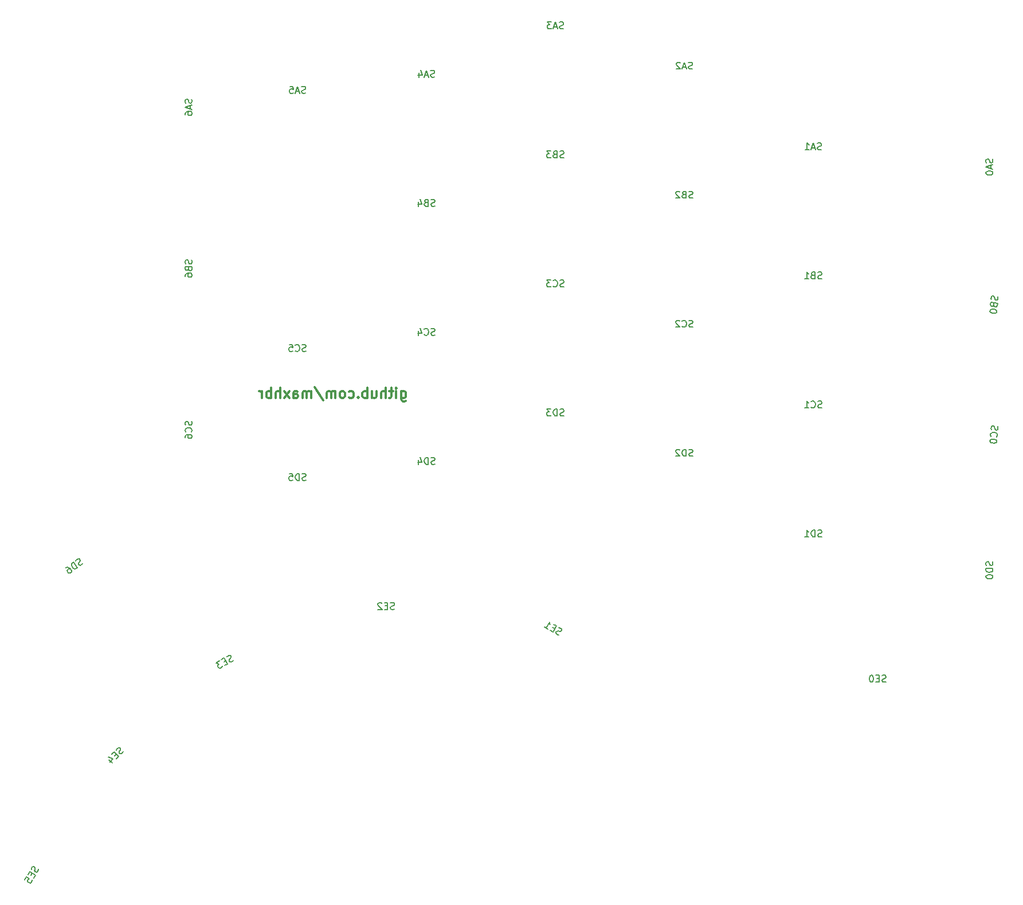
<source format=gbo>
G04 #@! TF.GenerationSoftware,KiCad,Pcbnew,7.0.2*
G04 #@! TF.CreationDate,2023-05-25T14:20:48+02:00*
G04 #@! TF.ProjectId,mykeeb_v7a3-plate,6d796b65-6562-45f7-9637-61332d706c61,rev?*
G04 #@! TF.SameCoordinates,Original*
G04 #@! TF.FileFunction,Legend,Bot*
G04 #@! TF.FilePolarity,Positive*
%FSLAX46Y46*%
G04 Gerber Fmt 4.6, Leading zero omitted, Abs format (unit mm)*
G04 Created by KiCad (PCBNEW 7.0.2) date 2023-05-25 14:20:48*
%MOMM*%
%LPD*%
G01*
G04 APERTURE LIST*
%ADD10C,0.300000*%
%ADD11C,0.150000*%
%ADD12C,2.200000*%
G04 APERTURE END LIST*
D10*
X124015730Y-101210264D02*
X124015730Y-102424550D01*
X124015730Y-102424550D02*
X124087158Y-102567407D01*
X124087158Y-102567407D02*
X124158587Y-102638836D01*
X124158587Y-102638836D02*
X124301444Y-102710264D01*
X124301444Y-102710264D02*
X124515730Y-102710264D01*
X124515730Y-102710264D02*
X124658587Y-102638836D01*
X124015730Y-102138836D02*
X124158587Y-102210264D01*
X124158587Y-102210264D02*
X124444301Y-102210264D01*
X124444301Y-102210264D02*
X124587158Y-102138836D01*
X124587158Y-102138836D02*
X124658587Y-102067407D01*
X124658587Y-102067407D02*
X124730015Y-101924550D01*
X124730015Y-101924550D02*
X124730015Y-101495978D01*
X124730015Y-101495978D02*
X124658587Y-101353121D01*
X124658587Y-101353121D02*
X124587158Y-101281693D01*
X124587158Y-101281693D02*
X124444301Y-101210264D01*
X124444301Y-101210264D02*
X124158587Y-101210264D01*
X124158587Y-101210264D02*
X124015730Y-101281693D01*
X123301444Y-102210264D02*
X123301444Y-101210264D01*
X123301444Y-100710264D02*
X123372872Y-100781693D01*
X123372872Y-100781693D02*
X123301444Y-100853121D01*
X123301444Y-100853121D02*
X123230015Y-100781693D01*
X123230015Y-100781693D02*
X123301444Y-100710264D01*
X123301444Y-100710264D02*
X123301444Y-100853121D01*
X122801443Y-101210264D02*
X122230015Y-101210264D01*
X122587158Y-100710264D02*
X122587158Y-101995978D01*
X122587158Y-101995978D02*
X122515729Y-102138836D01*
X122515729Y-102138836D02*
X122372872Y-102210264D01*
X122372872Y-102210264D02*
X122230015Y-102210264D01*
X121730015Y-102210264D02*
X121730015Y-100710264D01*
X121087158Y-102210264D02*
X121087158Y-101424550D01*
X121087158Y-101424550D02*
X121158586Y-101281693D01*
X121158586Y-101281693D02*
X121301443Y-101210264D01*
X121301443Y-101210264D02*
X121515729Y-101210264D01*
X121515729Y-101210264D02*
X121658586Y-101281693D01*
X121658586Y-101281693D02*
X121730015Y-101353121D01*
X119730015Y-101210264D02*
X119730015Y-102210264D01*
X120372872Y-101210264D02*
X120372872Y-101995978D01*
X120372872Y-101995978D02*
X120301443Y-102138836D01*
X120301443Y-102138836D02*
X120158586Y-102210264D01*
X120158586Y-102210264D02*
X119944300Y-102210264D01*
X119944300Y-102210264D02*
X119801443Y-102138836D01*
X119801443Y-102138836D02*
X119730015Y-102067407D01*
X119015729Y-102210264D02*
X119015729Y-100710264D01*
X119015729Y-101281693D02*
X118872872Y-101210264D01*
X118872872Y-101210264D02*
X118587157Y-101210264D01*
X118587157Y-101210264D02*
X118444300Y-101281693D01*
X118444300Y-101281693D02*
X118372872Y-101353121D01*
X118372872Y-101353121D02*
X118301443Y-101495978D01*
X118301443Y-101495978D02*
X118301443Y-101924550D01*
X118301443Y-101924550D02*
X118372872Y-102067407D01*
X118372872Y-102067407D02*
X118444300Y-102138836D01*
X118444300Y-102138836D02*
X118587157Y-102210264D01*
X118587157Y-102210264D02*
X118872872Y-102210264D01*
X118872872Y-102210264D02*
X119015729Y-102138836D01*
X117658586Y-102067407D02*
X117587157Y-102138836D01*
X117587157Y-102138836D02*
X117658586Y-102210264D01*
X117658586Y-102210264D02*
X117730014Y-102138836D01*
X117730014Y-102138836D02*
X117658586Y-102067407D01*
X117658586Y-102067407D02*
X117658586Y-102210264D01*
X116301443Y-102138836D02*
X116444300Y-102210264D01*
X116444300Y-102210264D02*
X116730014Y-102210264D01*
X116730014Y-102210264D02*
X116872871Y-102138836D01*
X116872871Y-102138836D02*
X116944300Y-102067407D01*
X116944300Y-102067407D02*
X117015728Y-101924550D01*
X117015728Y-101924550D02*
X117015728Y-101495978D01*
X117015728Y-101495978D02*
X116944300Y-101353121D01*
X116944300Y-101353121D02*
X116872871Y-101281693D01*
X116872871Y-101281693D02*
X116730014Y-101210264D01*
X116730014Y-101210264D02*
X116444300Y-101210264D01*
X116444300Y-101210264D02*
X116301443Y-101281693D01*
X115444300Y-102210264D02*
X115587157Y-102138836D01*
X115587157Y-102138836D02*
X115658586Y-102067407D01*
X115658586Y-102067407D02*
X115730014Y-101924550D01*
X115730014Y-101924550D02*
X115730014Y-101495978D01*
X115730014Y-101495978D02*
X115658586Y-101353121D01*
X115658586Y-101353121D02*
X115587157Y-101281693D01*
X115587157Y-101281693D02*
X115444300Y-101210264D01*
X115444300Y-101210264D02*
X115230014Y-101210264D01*
X115230014Y-101210264D02*
X115087157Y-101281693D01*
X115087157Y-101281693D02*
X115015729Y-101353121D01*
X115015729Y-101353121D02*
X114944300Y-101495978D01*
X114944300Y-101495978D02*
X114944300Y-101924550D01*
X114944300Y-101924550D02*
X115015729Y-102067407D01*
X115015729Y-102067407D02*
X115087157Y-102138836D01*
X115087157Y-102138836D02*
X115230014Y-102210264D01*
X115230014Y-102210264D02*
X115444300Y-102210264D01*
X114301443Y-102210264D02*
X114301443Y-101210264D01*
X114301443Y-101353121D02*
X114230014Y-101281693D01*
X114230014Y-101281693D02*
X114087157Y-101210264D01*
X114087157Y-101210264D02*
X113872871Y-101210264D01*
X113872871Y-101210264D02*
X113730014Y-101281693D01*
X113730014Y-101281693D02*
X113658586Y-101424550D01*
X113658586Y-101424550D02*
X113658586Y-102210264D01*
X113658586Y-101424550D02*
X113587157Y-101281693D01*
X113587157Y-101281693D02*
X113444300Y-101210264D01*
X113444300Y-101210264D02*
X113230014Y-101210264D01*
X113230014Y-101210264D02*
X113087157Y-101281693D01*
X113087157Y-101281693D02*
X113015728Y-101424550D01*
X113015728Y-101424550D02*
X113015728Y-102210264D01*
X111230014Y-100638836D02*
X112515728Y-102567407D01*
X110730014Y-102210264D02*
X110730014Y-101210264D01*
X110730014Y-101353121D02*
X110658585Y-101281693D01*
X110658585Y-101281693D02*
X110515728Y-101210264D01*
X110515728Y-101210264D02*
X110301442Y-101210264D01*
X110301442Y-101210264D02*
X110158585Y-101281693D01*
X110158585Y-101281693D02*
X110087157Y-101424550D01*
X110087157Y-101424550D02*
X110087157Y-102210264D01*
X110087157Y-101424550D02*
X110015728Y-101281693D01*
X110015728Y-101281693D02*
X109872871Y-101210264D01*
X109872871Y-101210264D02*
X109658585Y-101210264D01*
X109658585Y-101210264D02*
X109515728Y-101281693D01*
X109515728Y-101281693D02*
X109444299Y-101424550D01*
X109444299Y-101424550D02*
X109444299Y-102210264D01*
X108087157Y-102210264D02*
X108087157Y-101424550D01*
X108087157Y-101424550D02*
X108158585Y-101281693D01*
X108158585Y-101281693D02*
X108301442Y-101210264D01*
X108301442Y-101210264D02*
X108587157Y-101210264D01*
X108587157Y-101210264D02*
X108730014Y-101281693D01*
X108087157Y-102138836D02*
X108230014Y-102210264D01*
X108230014Y-102210264D02*
X108587157Y-102210264D01*
X108587157Y-102210264D02*
X108730014Y-102138836D01*
X108730014Y-102138836D02*
X108801442Y-101995978D01*
X108801442Y-101995978D02*
X108801442Y-101853121D01*
X108801442Y-101853121D02*
X108730014Y-101710264D01*
X108730014Y-101710264D02*
X108587157Y-101638836D01*
X108587157Y-101638836D02*
X108230014Y-101638836D01*
X108230014Y-101638836D02*
X108087157Y-101567407D01*
X107515728Y-102210264D02*
X106730014Y-101210264D01*
X107515728Y-101210264D02*
X106730014Y-102210264D01*
X106158585Y-102210264D02*
X106158585Y-100710264D01*
X105515728Y-102210264D02*
X105515728Y-101424550D01*
X105515728Y-101424550D02*
X105587156Y-101281693D01*
X105587156Y-101281693D02*
X105730013Y-101210264D01*
X105730013Y-101210264D02*
X105944299Y-101210264D01*
X105944299Y-101210264D02*
X106087156Y-101281693D01*
X106087156Y-101281693D02*
X106158585Y-101353121D01*
X104801442Y-102210264D02*
X104801442Y-100710264D01*
X104801442Y-101281693D02*
X104658585Y-101210264D01*
X104658585Y-101210264D02*
X104372870Y-101210264D01*
X104372870Y-101210264D02*
X104230013Y-101281693D01*
X104230013Y-101281693D02*
X104158585Y-101353121D01*
X104158585Y-101353121D02*
X104087156Y-101495978D01*
X104087156Y-101495978D02*
X104087156Y-101924550D01*
X104087156Y-101924550D02*
X104158585Y-102067407D01*
X104158585Y-102067407D02*
X104230013Y-102138836D01*
X104230013Y-102138836D02*
X104372870Y-102210264D01*
X104372870Y-102210264D02*
X104658585Y-102210264D01*
X104658585Y-102210264D02*
X104801442Y-102138836D01*
X103444299Y-102210264D02*
X103444299Y-101210264D01*
X103444299Y-101495978D02*
X103372870Y-101353121D01*
X103372870Y-101353121D02*
X103301442Y-101281693D01*
X103301442Y-101281693D02*
X103158584Y-101210264D01*
X103158584Y-101210264D02*
X103015727Y-101210264D01*
D11*
X99227690Y-140935228D02*
X99127781Y-141047896D01*
X99127781Y-141047896D02*
X98921585Y-141166944D01*
X98921585Y-141166944D02*
X98815297Y-141173323D01*
X98815297Y-141173323D02*
X98750248Y-141155894D01*
X98750248Y-141155894D02*
X98661390Y-141097225D01*
X98661390Y-141097225D02*
X98613771Y-141014746D01*
X98613771Y-141014746D02*
X98607391Y-140908458D01*
X98607391Y-140908458D02*
X98624821Y-140843409D01*
X98624821Y-140843409D02*
X98683490Y-140754551D01*
X98683490Y-140754551D02*
X98824637Y-140618073D01*
X98824637Y-140618073D02*
X98883306Y-140529215D01*
X98883306Y-140529215D02*
X98900736Y-140464166D01*
X98900736Y-140464166D02*
X98894357Y-140357878D01*
X98894357Y-140357878D02*
X98846737Y-140275399D01*
X98846737Y-140275399D02*
X98757879Y-140216730D01*
X98757879Y-140216730D02*
X98692830Y-140199300D01*
X98692830Y-140199300D02*
X98586542Y-140205680D01*
X98586542Y-140205680D02*
X98380346Y-140324728D01*
X98380346Y-140324728D02*
X98280437Y-140437396D01*
X98123569Y-141022835D02*
X97834894Y-141189502D01*
X97973081Y-141714563D02*
X98385474Y-141476467D01*
X98385474Y-141476467D02*
X97885474Y-140610442D01*
X97885474Y-140610442D02*
X97473081Y-140848537D01*
X97184406Y-141015204D02*
X96648295Y-141324728D01*
X96648295Y-141324728D02*
X97127446Y-141487976D01*
X97127446Y-141487976D02*
X97003728Y-141559404D01*
X97003728Y-141559404D02*
X96945059Y-141648263D01*
X96945059Y-141648263D02*
X96927629Y-141713311D01*
X96927629Y-141713311D02*
X96934009Y-141819599D01*
X96934009Y-141819599D02*
X97053057Y-142025796D01*
X97053057Y-142025796D02*
X97141915Y-142084465D01*
X97141915Y-142084465D02*
X97206964Y-142101895D01*
X97206964Y-142101895D02*
X97313252Y-142095515D01*
X97313252Y-142095515D02*
X97560688Y-141952658D01*
X97560688Y-141952658D02*
X97619357Y-141863800D01*
X97619357Y-141863800D02*
X97636787Y-141798751D01*
X212160929Y-87207271D02*
X212195916Y-87353735D01*
X212195916Y-87353735D02*
X212175164Y-87590924D01*
X212175164Y-87590924D02*
X212119426Y-87681650D01*
X212119426Y-87681650D02*
X212067838Y-87724937D01*
X212067838Y-87724937D02*
X211968812Y-87764075D01*
X211968812Y-87764075D02*
X211873936Y-87755774D01*
X211873936Y-87755774D02*
X211783211Y-87700036D01*
X211783211Y-87700036D02*
X211739923Y-87648447D01*
X211739923Y-87648447D02*
X211700786Y-87549422D01*
X211700786Y-87549422D02*
X211669949Y-87355520D01*
X211669949Y-87355520D02*
X211630812Y-87256494D01*
X211630812Y-87256494D02*
X211587524Y-87204906D01*
X211587524Y-87204906D02*
X211496799Y-87149167D01*
X211496799Y-87149167D02*
X211401923Y-87140867D01*
X211401923Y-87140867D02*
X211302897Y-87180004D01*
X211302897Y-87180004D02*
X211251309Y-87223292D01*
X211251309Y-87223292D02*
X211195571Y-87314017D01*
X211195571Y-87314017D02*
X211174819Y-87551206D01*
X211174819Y-87551206D02*
X211209806Y-87697670D01*
X211570342Y-88494028D02*
X211605329Y-88640492D01*
X211605329Y-88640492D02*
X211648617Y-88692080D01*
X211648617Y-88692080D02*
X211739342Y-88747818D01*
X211739342Y-88747818D02*
X211881656Y-88760269D01*
X211881656Y-88760269D02*
X211980682Y-88721132D01*
X211980682Y-88721132D02*
X212032270Y-88677844D01*
X212032270Y-88677844D02*
X212088008Y-88587119D01*
X212088008Y-88587119D02*
X212121211Y-88207616D01*
X212121211Y-88207616D02*
X211125016Y-88120461D01*
X211125016Y-88120461D02*
X211095964Y-88452525D01*
X211095964Y-88452525D02*
X211135101Y-88551551D01*
X211135101Y-88551551D02*
X211178389Y-88603140D01*
X211178389Y-88603140D02*
X211269114Y-88658878D01*
X211269114Y-88658878D02*
X211363990Y-88667178D01*
X211363990Y-88667178D02*
X211463016Y-88628041D01*
X211463016Y-88628041D02*
X211514604Y-88584754D01*
X211514604Y-88584754D02*
X211570342Y-88494028D01*
X211570342Y-88494028D02*
X211599394Y-88161963D01*
X211021259Y-89306407D02*
X211012959Y-89401282D01*
X211012959Y-89401282D02*
X211052096Y-89500308D01*
X211052096Y-89500308D02*
X211095383Y-89551896D01*
X211095383Y-89551896D02*
X211186109Y-89607635D01*
X211186109Y-89607635D02*
X211371710Y-89671674D01*
X211371710Y-89671674D02*
X211608899Y-89692425D01*
X211608899Y-89692425D02*
X211802801Y-89661588D01*
X211802801Y-89661588D02*
X211901827Y-89622451D01*
X211901827Y-89622451D02*
X211953415Y-89579163D01*
X211953415Y-89579163D02*
X212009153Y-89488438D01*
X212009153Y-89488438D02*
X212017454Y-89393562D01*
X212017454Y-89393562D02*
X211978317Y-89294536D01*
X211978317Y-89294536D02*
X211935029Y-89242948D01*
X211935029Y-89242948D02*
X211844304Y-89187210D01*
X211844304Y-89187210D02*
X211658702Y-89123171D01*
X211658702Y-89123171D02*
X211421513Y-89102420D01*
X211421513Y-89102420D02*
X211227612Y-89133256D01*
X211227612Y-89133256D02*
X211128586Y-89172394D01*
X211128586Y-89172394D02*
X211076998Y-89215681D01*
X211076998Y-89215681D02*
X211021259Y-89306407D01*
X167116719Y-72661920D02*
X166973862Y-72709539D01*
X166973862Y-72709539D02*
X166735767Y-72709539D01*
X166735767Y-72709539D02*
X166640529Y-72661920D01*
X166640529Y-72661920D02*
X166592910Y-72614300D01*
X166592910Y-72614300D02*
X166545291Y-72519062D01*
X166545291Y-72519062D02*
X166545291Y-72423824D01*
X166545291Y-72423824D02*
X166592910Y-72328586D01*
X166592910Y-72328586D02*
X166640529Y-72280967D01*
X166640529Y-72280967D02*
X166735767Y-72233348D01*
X166735767Y-72233348D02*
X166926243Y-72185729D01*
X166926243Y-72185729D02*
X167021481Y-72138110D01*
X167021481Y-72138110D02*
X167069100Y-72090491D01*
X167069100Y-72090491D02*
X167116719Y-71995253D01*
X167116719Y-71995253D02*
X167116719Y-71900015D01*
X167116719Y-71900015D02*
X167069100Y-71804777D01*
X167069100Y-71804777D02*
X167021481Y-71757158D01*
X167021481Y-71757158D02*
X166926243Y-71709539D01*
X166926243Y-71709539D02*
X166688148Y-71709539D01*
X166688148Y-71709539D02*
X166545291Y-71757158D01*
X165783386Y-72185729D02*
X165640529Y-72233348D01*
X165640529Y-72233348D02*
X165592910Y-72280967D01*
X165592910Y-72280967D02*
X165545291Y-72376205D01*
X165545291Y-72376205D02*
X165545291Y-72519062D01*
X165545291Y-72519062D02*
X165592910Y-72614300D01*
X165592910Y-72614300D02*
X165640529Y-72661920D01*
X165640529Y-72661920D02*
X165735767Y-72709539D01*
X165735767Y-72709539D02*
X166116719Y-72709539D01*
X166116719Y-72709539D02*
X166116719Y-71709539D01*
X166116719Y-71709539D02*
X165783386Y-71709539D01*
X165783386Y-71709539D02*
X165688148Y-71757158D01*
X165688148Y-71757158D02*
X165640529Y-71804777D01*
X165640529Y-71804777D02*
X165592910Y-71900015D01*
X165592910Y-71900015D02*
X165592910Y-71995253D01*
X165592910Y-71995253D02*
X165640529Y-72090491D01*
X165640529Y-72090491D02*
X165688148Y-72138110D01*
X165688148Y-72138110D02*
X165783386Y-72185729D01*
X165783386Y-72185729D02*
X166116719Y-72185729D01*
X165164338Y-71804777D02*
X165116719Y-71757158D01*
X165116719Y-71757158D02*
X165021481Y-71709539D01*
X165021481Y-71709539D02*
X164783386Y-71709539D01*
X164783386Y-71709539D02*
X164688148Y-71757158D01*
X164688148Y-71757158D02*
X164640529Y-71804777D01*
X164640529Y-71804777D02*
X164592910Y-71900015D01*
X164592910Y-71900015D02*
X164592910Y-71995253D01*
X164592910Y-71995253D02*
X164640529Y-72138110D01*
X164640529Y-72138110D02*
X165211957Y-72709539D01*
X165211957Y-72709539D02*
X164592910Y-72709539D01*
X186166719Y-103618220D02*
X186023862Y-103665839D01*
X186023862Y-103665839D02*
X185785767Y-103665839D01*
X185785767Y-103665839D02*
X185690529Y-103618220D01*
X185690529Y-103618220D02*
X185642910Y-103570600D01*
X185642910Y-103570600D02*
X185595291Y-103475362D01*
X185595291Y-103475362D02*
X185595291Y-103380124D01*
X185595291Y-103380124D02*
X185642910Y-103284886D01*
X185642910Y-103284886D02*
X185690529Y-103237267D01*
X185690529Y-103237267D02*
X185785767Y-103189648D01*
X185785767Y-103189648D02*
X185976243Y-103142029D01*
X185976243Y-103142029D02*
X186071481Y-103094410D01*
X186071481Y-103094410D02*
X186119100Y-103046791D01*
X186119100Y-103046791D02*
X186166719Y-102951553D01*
X186166719Y-102951553D02*
X186166719Y-102856315D01*
X186166719Y-102856315D02*
X186119100Y-102761077D01*
X186119100Y-102761077D02*
X186071481Y-102713458D01*
X186071481Y-102713458D02*
X185976243Y-102665839D01*
X185976243Y-102665839D02*
X185738148Y-102665839D01*
X185738148Y-102665839D02*
X185595291Y-102713458D01*
X184595291Y-103570600D02*
X184642910Y-103618220D01*
X184642910Y-103618220D02*
X184785767Y-103665839D01*
X184785767Y-103665839D02*
X184881005Y-103665839D01*
X184881005Y-103665839D02*
X185023862Y-103618220D01*
X185023862Y-103618220D02*
X185119100Y-103522981D01*
X185119100Y-103522981D02*
X185166719Y-103427743D01*
X185166719Y-103427743D02*
X185214338Y-103237267D01*
X185214338Y-103237267D02*
X185214338Y-103094410D01*
X185214338Y-103094410D02*
X185166719Y-102903934D01*
X185166719Y-102903934D02*
X185119100Y-102808696D01*
X185119100Y-102808696D02*
X185023862Y-102713458D01*
X185023862Y-102713458D02*
X184881005Y-102665839D01*
X184881005Y-102665839D02*
X184785767Y-102665839D01*
X184785767Y-102665839D02*
X184642910Y-102713458D01*
X184642910Y-102713458D02*
X184595291Y-102761077D01*
X183642910Y-103665839D02*
X184214338Y-103665839D01*
X183928624Y-103665839D02*
X183928624Y-102665839D01*
X183928624Y-102665839D02*
X184023862Y-102808696D01*
X184023862Y-102808696D02*
X184119100Y-102903934D01*
X184119100Y-102903934D02*
X184214338Y-102951553D01*
X129016719Y-73852620D02*
X128873862Y-73900239D01*
X128873862Y-73900239D02*
X128635767Y-73900239D01*
X128635767Y-73900239D02*
X128540529Y-73852620D01*
X128540529Y-73852620D02*
X128492910Y-73805000D01*
X128492910Y-73805000D02*
X128445291Y-73709762D01*
X128445291Y-73709762D02*
X128445291Y-73614524D01*
X128445291Y-73614524D02*
X128492910Y-73519286D01*
X128492910Y-73519286D02*
X128540529Y-73471667D01*
X128540529Y-73471667D02*
X128635767Y-73424048D01*
X128635767Y-73424048D02*
X128826243Y-73376429D01*
X128826243Y-73376429D02*
X128921481Y-73328810D01*
X128921481Y-73328810D02*
X128969100Y-73281191D01*
X128969100Y-73281191D02*
X129016719Y-73185953D01*
X129016719Y-73185953D02*
X129016719Y-73090715D01*
X129016719Y-73090715D02*
X128969100Y-72995477D01*
X128969100Y-72995477D02*
X128921481Y-72947858D01*
X128921481Y-72947858D02*
X128826243Y-72900239D01*
X128826243Y-72900239D02*
X128588148Y-72900239D01*
X128588148Y-72900239D02*
X128445291Y-72947858D01*
X127683386Y-73376429D02*
X127540529Y-73424048D01*
X127540529Y-73424048D02*
X127492910Y-73471667D01*
X127492910Y-73471667D02*
X127445291Y-73566905D01*
X127445291Y-73566905D02*
X127445291Y-73709762D01*
X127445291Y-73709762D02*
X127492910Y-73805000D01*
X127492910Y-73805000D02*
X127540529Y-73852620D01*
X127540529Y-73852620D02*
X127635767Y-73900239D01*
X127635767Y-73900239D02*
X128016719Y-73900239D01*
X128016719Y-73900239D02*
X128016719Y-72900239D01*
X128016719Y-72900239D02*
X127683386Y-72900239D01*
X127683386Y-72900239D02*
X127588148Y-72947858D01*
X127588148Y-72947858D02*
X127540529Y-72995477D01*
X127540529Y-72995477D02*
X127492910Y-73090715D01*
X127492910Y-73090715D02*
X127492910Y-73185953D01*
X127492910Y-73185953D02*
X127540529Y-73281191D01*
X127540529Y-73281191D02*
X127588148Y-73328810D01*
X127588148Y-73328810D02*
X127683386Y-73376429D01*
X127683386Y-73376429D02*
X128016719Y-73376429D01*
X126588148Y-73233572D02*
X126588148Y-73900239D01*
X126826243Y-72852620D02*
X127064338Y-73566905D01*
X127064338Y-73566905D02*
X126445291Y-73566905D01*
X186166719Y-122668220D02*
X186023862Y-122715839D01*
X186023862Y-122715839D02*
X185785767Y-122715839D01*
X185785767Y-122715839D02*
X185690529Y-122668220D01*
X185690529Y-122668220D02*
X185642910Y-122620600D01*
X185642910Y-122620600D02*
X185595291Y-122525362D01*
X185595291Y-122525362D02*
X185595291Y-122430124D01*
X185595291Y-122430124D02*
X185642910Y-122334886D01*
X185642910Y-122334886D02*
X185690529Y-122287267D01*
X185690529Y-122287267D02*
X185785767Y-122239648D01*
X185785767Y-122239648D02*
X185976243Y-122192029D01*
X185976243Y-122192029D02*
X186071481Y-122144410D01*
X186071481Y-122144410D02*
X186119100Y-122096791D01*
X186119100Y-122096791D02*
X186166719Y-122001553D01*
X186166719Y-122001553D02*
X186166719Y-121906315D01*
X186166719Y-121906315D02*
X186119100Y-121811077D01*
X186119100Y-121811077D02*
X186071481Y-121763458D01*
X186071481Y-121763458D02*
X185976243Y-121715839D01*
X185976243Y-121715839D02*
X185738148Y-121715839D01*
X185738148Y-121715839D02*
X185595291Y-121763458D01*
X185166719Y-122715839D02*
X185166719Y-121715839D01*
X185166719Y-121715839D02*
X184928624Y-121715839D01*
X184928624Y-121715839D02*
X184785767Y-121763458D01*
X184785767Y-121763458D02*
X184690529Y-121858696D01*
X184690529Y-121858696D02*
X184642910Y-121953934D01*
X184642910Y-121953934D02*
X184595291Y-122144410D01*
X184595291Y-122144410D02*
X184595291Y-122287267D01*
X184595291Y-122287267D02*
X184642910Y-122477743D01*
X184642910Y-122477743D02*
X184690529Y-122572981D01*
X184690529Y-122572981D02*
X184785767Y-122668220D01*
X184785767Y-122668220D02*
X184928624Y-122715839D01*
X184928624Y-122715839D02*
X185166719Y-122715839D01*
X183642910Y-122715839D02*
X184214338Y-122715839D01*
X183928624Y-122715839D02*
X183928624Y-121715839D01*
X183928624Y-121715839D02*
X184023862Y-121858696D01*
X184023862Y-121858696D02*
X184119100Y-121953934D01*
X184119100Y-121953934D02*
X184214338Y-122001553D01*
X147995258Y-47658780D02*
X147852401Y-47706399D01*
X147852401Y-47706399D02*
X147614306Y-47706399D01*
X147614306Y-47706399D02*
X147519068Y-47658780D01*
X147519068Y-47658780D02*
X147471449Y-47611160D01*
X147471449Y-47611160D02*
X147423830Y-47515922D01*
X147423830Y-47515922D02*
X147423830Y-47420684D01*
X147423830Y-47420684D02*
X147471449Y-47325446D01*
X147471449Y-47325446D02*
X147519068Y-47277827D01*
X147519068Y-47277827D02*
X147614306Y-47230208D01*
X147614306Y-47230208D02*
X147804782Y-47182589D01*
X147804782Y-47182589D02*
X147900020Y-47134970D01*
X147900020Y-47134970D02*
X147947639Y-47087351D01*
X147947639Y-47087351D02*
X147995258Y-46992113D01*
X147995258Y-46992113D02*
X147995258Y-46896875D01*
X147995258Y-46896875D02*
X147947639Y-46801637D01*
X147947639Y-46801637D02*
X147900020Y-46754018D01*
X147900020Y-46754018D02*
X147804782Y-46706399D01*
X147804782Y-46706399D02*
X147566687Y-46706399D01*
X147566687Y-46706399D02*
X147423830Y-46754018D01*
X147042877Y-47420684D02*
X146566687Y-47420684D01*
X147138115Y-47706399D02*
X146804782Y-46706399D01*
X146804782Y-46706399D02*
X146471449Y-47706399D01*
X146233353Y-46706399D02*
X145614306Y-46706399D01*
X145614306Y-46706399D02*
X145947639Y-47087351D01*
X145947639Y-47087351D02*
X145804782Y-47087351D01*
X145804782Y-47087351D02*
X145709544Y-47134970D01*
X145709544Y-47134970D02*
X145661925Y-47182589D01*
X145661925Y-47182589D02*
X145614306Y-47277827D01*
X145614306Y-47277827D02*
X145614306Y-47515922D01*
X145614306Y-47515922D02*
X145661925Y-47611160D01*
X145661925Y-47611160D02*
X145709544Y-47658780D01*
X145709544Y-47658780D02*
X145804782Y-47706399D01*
X145804782Y-47706399D02*
X146090496Y-47706399D01*
X146090496Y-47706399D02*
X146185734Y-47658780D01*
X146185734Y-47658780D02*
X146233353Y-47611160D01*
X211369815Y-126372515D02*
X211417434Y-126515372D01*
X211417434Y-126515372D02*
X211417434Y-126753467D01*
X211417434Y-126753467D02*
X211369815Y-126848705D01*
X211369815Y-126848705D02*
X211322195Y-126896324D01*
X211322195Y-126896324D02*
X211226957Y-126943943D01*
X211226957Y-126943943D02*
X211131719Y-126943943D01*
X211131719Y-126943943D02*
X211036481Y-126896324D01*
X211036481Y-126896324D02*
X210988862Y-126848705D01*
X210988862Y-126848705D02*
X210941243Y-126753467D01*
X210941243Y-126753467D02*
X210893624Y-126562991D01*
X210893624Y-126562991D02*
X210846005Y-126467753D01*
X210846005Y-126467753D02*
X210798386Y-126420134D01*
X210798386Y-126420134D02*
X210703148Y-126372515D01*
X210703148Y-126372515D02*
X210607910Y-126372515D01*
X210607910Y-126372515D02*
X210512672Y-126420134D01*
X210512672Y-126420134D02*
X210465053Y-126467753D01*
X210465053Y-126467753D02*
X210417434Y-126562991D01*
X210417434Y-126562991D02*
X210417434Y-126801086D01*
X210417434Y-126801086D02*
X210465053Y-126943943D01*
X211417434Y-127372515D02*
X210417434Y-127372515D01*
X210417434Y-127372515D02*
X210417434Y-127610610D01*
X210417434Y-127610610D02*
X210465053Y-127753467D01*
X210465053Y-127753467D02*
X210560291Y-127848705D01*
X210560291Y-127848705D02*
X210655529Y-127896324D01*
X210655529Y-127896324D02*
X210846005Y-127943943D01*
X210846005Y-127943943D02*
X210988862Y-127943943D01*
X210988862Y-127943943D02*
X211179338Y-127896324D01*
X211179338Y-127896324D02*
X211274576Y-127848705D01*
X211274576Y-127848705D02*
X211369815Y-127753467D01*
X211369815Y-127753467D02*
X211417434Y-127610610D01*
X211417434Y-127610610D02*
X211417434Y-127372515D01*
X210417434Y-128562991D02*
X210417434Y-128658229D01*
X210417434Y-128658229D02*
X210465053Y-128753467D01*
X210465053Y-128753467D02*
X210512672Y-128801086D01*
X210512672Y-128801086D02*
X210607910Y-128848705D01*
X210607910Y-128848705D02*
X210798386Y-128896324D01*
X210798386Y-128896324D02*
X211036481Y-128896324D01*
X211036481Y-128896324D02*
X211226957Y-128848705D01*
X211226957Y-128848705D02*
X211322195Y-128801086D01*
X211322195Y-128801086D02*
X211369815Y-128753467D01*
X211369815Y-128753467D02*
X211417434Y-128658229D01*
X211417434Y-128658229D02*
X211417434Y-128562991D01*
X211417434Y-128562991D02*
X211369815Y-128467753D01*
X211369815Y-128467753D02*
X211322195Y-128420134D01*
X211322195Y-128420134D02*
X211226957Y-128372515D01*
X211226957Y-128372515D02*
X211036481Y-128324896D01*
X211036481Y-128324896D02*
X210798386Y-128324896D01*
X210798386Y-128324896D02*
X210607910Y-128372515D01*
X210607910Y-128372515D02*
X210512672Y-128420134D01*
X210512672Y-128420134D02*
X210465053Y-128467753D01*
X210465053Y-128467753D02*
X210417434Y-128562991D01*
X211369815Y-66912744D02*
X211417434Y-67055601D01*
X211417434Y-67055601D02*
X211417434Y-67293696D01*
X211417434Y-67293696D02*
X211369815Y-67388934D01*
X211369815Y-67388934D02*
X211322195Y-67436553D01*
X211322195Y-67436553D02*
X211226957Y-67484172D01*
X211226957Y-67484172D02*
X211131719Y-67484172D01*
X211131719Y-67484172D02*
X211036481Y-67436553D01*
X211036481Y-67436553D02*
X210988862Y-67388934D01*
X210988862Y-67388934D02*
X210941243Y-67293696D01*
X210941243Y-67293696D02*
X210893624Y-67103220D01*
X210893624Y-67103220D02*
X210846005Y-67007982D01*
X210846005Y-67007982D02*
X210798386Y-66960363D01*
X210798386Y-66960363D02*
X210703148Y-66912744D01*
X210703148Y-66912744D02*
X210607910Y-66912744D01*
X210607910Y-66912744D02*
X210512672Y-66960363D01*
X210512672Y-66960363D02*
X210465053Y-67007982D01*
X210465053Y-67007982D02*
X210417434Y-67103220D01*
X210417434Y-67103220D02*
X210417434Y-67341315D01*
X210417434Y-67341315D02*
X210465053Y-67484172D01*
X211131719Y-67865125D02*
X211131719Y-68341315D01*
X211417434Y-67769887D02*
X210417434Y-68103220D01*
X210417434Y-68103220D02*
X211417434Y-68436553D01*
X210417434Y-68960363D02*
X210417434Y-69055601D01*
X210417434Y-69055601D02*
X210465053Y-69150839D01*
X210465053Y-69150839D02*
X210512672Y-69198458D01*
X210512672Y-69198458D02*
X210607910Y-69246077D01*
X210607910Y-69246077D02*
X210798386Y-69293696D01*
X210798386Y-69293696D02*
X211036481Y-69293696D01*
X211036481Y-69293696D02*
X211226957Y-69246077D01*
X211226957Y-69246077D02*
X211322195Y-69198458D01*
X211322195Y-69198458D02*
X211369815Y-69150839D01*
X211369815Y-69150839D02*
X211417434Y-69055601D01*
X211417434Y-69055601D02*
X211417434Y-68960363D01*
X211417434Y-68960363D02*
X211369815Y-68865125D01*
X211369815Y-68865125D02*
X211322195Y-68817506D01*
X211322195Y-68817506D02*
X211226957Y-68769887D01*
X211226957Y-68769887D02*
X211036481Y-68722268D01*
X211036481Y-68722268D02*
X210798386Y-68722268D01*
X210798386Y-68722268D02*
X210607910Y-68769887D01*
X210607910Y-68769887D02*
X210512672Y-68817506D01*
X210512672Y-68817506D02*
X210465053Y-68865125D01*
X210465053Y-68865125D02*
X210417434Y-68960363D01*
X123015900Y-133383920D02*
X122873043Y-133431539D01*
X122873043Y-133431539D02*
X122634948Y-133431539D01*
X122634948Y-133431539D02*
X122539710Y-133383920D01*
X122539710Y-133383920D02*
X122492091Y-133336300D01*
X122492091Y-133336300D02*
X122444472Y-133241062D01*
X122444472Y-133241062D02*
X122444472Y-133145824D01*
X122444472Y-133145824D02*
X122492091Y-133050586D01*
X122492091Y-133050586D02*
X122539710Y-133002967D01*
X122539710Y-133002967D02*
X122634948Y-132955348D01*
X122634948Y-132955348D02*
X122825424Y-132907729D01*
X122825424Y-132907729D02*
X122920662Y-132860110D01*
X122920662Y-132860110D02*
X122968281Y-132812491D01*
X122968281Y-132812491D02*
X123015900Y-132717253D01*
X123015900Y-132717253D02*
X123015900Y-132622015D01*
X123015900Y-132622015D02*
X122968281Y-132526777D01*
X122968281Y-132526777D02*
X122920662Y-132479158D01*
X122920662Y-132479158D02*
X122825424Y-132431539D01*
X122825424Y-132431539D02*
X122587329Y-132431539D01*
X122587329Y-132431539D02*
X122444472Y-132479158D01*
X122015900Y-132907729D02*
X121682567Y-132907729D01*
X121539710Y-133431539D02*
X122015900Y-133431539D01*
X122015900Y-133431539D02*
X122015900Y-132431539D01*
X122015900Y-132431539D02*
X121539710Y-132431539D01*
X121158757Y-132526777D02*
X121111138Y-132479158D01*
X121111138Y-132479158D02*
X121015900Y-132431539D01*
X121015900Y-132431539D02*
X120777805Y-132431539D01*
X120777805Y-132431539D02*
X120682567Y-132479158D01*
X120682567Y-132479158D02*
X120634948Y-132526777D01*
X120634948Y-132526777D02*
X120587329Y-132622015D01*
X120587329Y-132622015D02*
X120587329Y-132717253D01*
X120587329Y-132717253D02*
X120634948Y-132860110D01*
X120634948Y-132860110D02*
X121206376Y-133431539D01*
X121206376Y-133431539D02*
X120587329Y-133431539D01*
X93069715Y-105657015D02*
X93117334Y-105799872D01*
X93117334Y-105799872D02*
X93117334Y-106037967D01*
X93117334Y-106037967D02*
X93069715Y-106133205D01*
X93069715Y-106133205D02*
X93022095Y-106180824D01*
X93022095Y-106180824D02*
X92926857Y-106228443D01*
X92926857Y-106228443D02*
X92831619Y-106228443D01*
X92831619Y-106228443D02*
X92736381Y-106180824D01*
X92736381Y-106180824D02*
X92688762Y-106133205D01*
X92688762Y-106133205D02*
X92641143Y-106037967D01*
X92641143Y-106037967D02*
X92593524Y-105847491D01*
X92593524Y-105847491D02*
X92545905Y-105752253D01*
X92545905Y-105752253D02*
X92498286Y-105704634D01*
X92498286Y-105704634D02*
X92403048Y-105657015D01*
X92403048Y-105657015D02*
X92307810Y-105657015D01*
X92307810Y-105657015D02*
X92212572Y-105704634D01*
X92212572Y-105704634D02*
X92164953Y-105752253D01*
X92164953Y-105752253D02*
X92117334Y-105847491D01*
X92117334Y-105847491D02*
X92117334Y-106085586D01*
X92117334Y-106085586D02*
X92164953Y-106228443D01*
X93022095Y-107228443D02*
X93069715Y-107180824D01*
X93069715Y-107180824D02*
X93117334Y-107037967D01*
X93117334Y-107037967D02*
X93117334Y-106942729D01*
X93117334Y-106942729D02*
X93069715Y-106799872D01*
X93069715Y-106799872D02*
X92974476Y-106704634D01*
X92974476Y-106704634D02*
X92879238Y-106657015D01*
X92879238Y-106657015D02*
X92688762Y-106609396D01*
X92688762Y-106609396D02*
X92545905Y-106609396D01*
X92545905Y-106609396D02*
X92355429Y-106657015D01*
X92355429Y-106657015D02*
X92260191Y-106704634D01*
X92260191Y-106704634D02*
X92164953Y-106799872D01*
X92164953Y-106799872D02*
X92117334Y-106942729D01*
X92117334Y-106942729D02*
X92117334Y-107037967D01*
X92117334Y-107037967D02*
X92164953Y-107180824D01*
X92164953Y-107180824D02*
X92212572Y-107228443D01*
X92117334Y-108085586D02*
X92117334Y-107895110D01*
X92117334Y-107895110D02*
X92164953Y-107799872D01*
X92164953Y-107799872D02*
X92212572Y-107752253D01*
X92212572Y-107752253D02*
X92355429Y-107657015D01*
X92355429Y-107657015D02*
X92545905Y-107609396D01*
X92545905Y-107609396D02*
X92926857Y-107609396D01*
X92926857Y-107609396D02*
X93022095Y-107657015D01*
X93022095Y-107657015D02*
X93069715Y-107704634D01*
X93069715Y-107704634D02*
X93117334Y-107799872D01*
X93117334Y-107799872D02*
X93117334Y-107990348D01*
X93117334Y-107990348D02*
X93069715Y-108085586D01*
X93069715Y-108085586D02*
X93022095Y-108133205D01*
X93022095Y-108133205D02*
X92926857Y-108180824D01*
X92926857Y-108180824D02*
X92688762Y-108180824D01*
X92688762Y-108180824D02*
X92593524Y-108133205D01*
X92593524Y-108133205D02*
X92545905Y-108085586D01*
X92545905Y-108085586D02*
X92498286Y-107990348D01*
X92498286Y-107990348D02*
X92498286Y-107799872D01*
X92498286Y-107799872D02*
X92545905Y-107704634D01*
X92545905Y-107704634D02*
X92593524Y-107657015D01*
X92593524Y-107657015D02*
X92688762Y-107609396D01*
X82969874Y-154403386D02*
X82902530Y-154538073D01*
X82902530Y-154538073D02*
X82734171Y-154706432D01*
X82734171Y-154706432D02*
X82633156Y-154740104D01*
X82633156Y-154740104D02*
X82565813Y-154740104D01*
X82565813Y-154740104D02*
X82464797Y-154706432D01*
X82464797Y-154706432D02*
X82397454Y-154639088D01*
X82397454Y-154639088D02*
X82363782Y-154538073D01*
X82363782Y-154538073D02*
X82363782Y-154470730D01*
X82363782Y-154470730D02*
X82397454Y-154369714D01*
X82397454Y-154369714D02*
X82498469Y-154201356D01*
X82498469Y-154201356D02*
X82532141Y-154100340D01*
X82532141Y-154100340D02*
X82532141Y-154032997D01*
X82532141Y-154032997D02*
X82498469Y-153931982D01*
X82498469Y-153931982D02*
X82431126Y-153864638D01*
X82431126Y-153864638D02*
X82330110Y-153830966D01*
X82330110Y-153830966D02*
X82262767Y-153830966D01*
X82262767Y-153830966D02*
X82161752Y-153864638D01*
X82161752Y-153864638D02*
X81993393Y-154032997D01*
X81993393Y-154032997D02*
X81926049Y-154167684D01*
X81926049Y-154773775D02*
X81690347Y-155009478D01*
X81959721Y-155480882D02*
X82296438Y-155144165D01*
X82296438Y-155144165D02*
X81589332Y-154437058D01*
X81589332Y-154437058D02*
X81252614Y-154773775D01*
X80882225Y-155615569D02*
X81353629Y-156086974D01*
X80781210Y-155177836D02*
X81454645Y-155514554D01*
X81454645Y-155514554D02*
X81016912Y-155952287D01*
X186095258Y-65518180D02*
X185952401Y-65565799D01*
X185952401Y-65565799D02*
X185714306Y-65565799D01*
X185714306Y-65565799D02*
X185619068Y-65518180D01*
X185619068Y-65518180D02*
X185571449Y-65470560D01*
X185571449Y-65470560D02*
X185523830Y-65375322D01*
X185523830Y-65375322D02*
X185523830Y-65280084D01*
X185523830Y-65280084D02*
X185571449Y-65184846D01*
X185571449Y-65184846D02*
X185619068Y-65137227D01*
X185619068Y-65137227D02*
X185714306Y-65089608D01*
X185714306Y-65089608D02*
X185904782Y-65041989D01*
X185904782Y-65041989D02*
X186000020Y-64994370D01*
X186000020Y-64994370D02*
X186047639Y-64946751D01*
X186047639Y-64946751D02*
X186095258Y-64851513D01*
X186095258Y-64851513D02*
X186095258Y-64756275D01*
X186095258Y-64756275D02*
X186047639Y-64661037D01*
X186047639Y-64661037D02*
X186000020Y-64613418D01*
X186000020Y-64613418D02*
X185904782Y-64565799D01*
X185904782Y-64565799D02*
X185666687Y-64565799D01*
X185666687Y-64565799D02*
X185523830Y-64613418D01*
X185142877Y-65280084D02*
X184666687Y-65280084D01*
X185238115Y-65565799D02*
X184904782Y-64565799D01*
X184904782Y-64565799D02*
X184571449Y-65565799D01*
X183714306Y-65565799D02*
X184285734Y-65565799D01*
X184000020Y-65565799D02*
X184000020Y-64565799D01*
X184000020Y-64565799D02*
X184095258Y-64708656D01*
X184095258Y-64708656D02*
X184190496Y-64803894D01*
X184190496Y-64803894D02*
X184285734Y-64851513D01*
X70445409Y-171769044D02*
X70415220Y-171916572D01*
X70415220Y-171916572D02*
X70296172Y-172122768D01*
X70296172Y-172122768D02*
X70207314Y-172181437D01*
X70207314Y-172181437D02*
X70142265Y-172198867D01*
X70142265Y-172198867D02*
X70035977Y-172192487D01*
X70035977Y-172192487D02*
X69953498Y-172144868D01*
X69953498Y-172144868D02*
X69894829Y-172056010D01*
X69894829Y-172056010D02*
X69877399Y-171990961D01*
X69877399Y-171990961D02*
X69883779Y-171884673D01*
X69883779Y-171884673D02*
X69937778Y-171695906D01*
X69937778Y-171695906D02*
X69944158Y-171589618D01*
X69944158Y-171589618D02*
X69926728Y-171524569D01*
X69926728Y-171524569D02*
X69868059Y-171435711D01*
X69868059Y-171435711D02*
X69785580Y-171388092D01*
X69785580Y-171388092D02*
X69679292Y-171381712D01*
X69679292Y-171381712D02*
X69614243Y-171399142D01*
X69614243Y-171399142D02*
X69525385Y-171457811D01*
X69525385Y-171457811D02*
X69406337Y-171664007D01*
X69406337Y-171664007D02*
X69376148Y-171811535D01*
X69533016Y-172396974D02*
X69366349Y-172685649D01*
X69748553Y-173071272D02*
X69986648Y-172658879D01*
X69986648Y-172658879D02*
X69120623Y-172158879D01*
X69120623Y-172158879D02*
X68882528Y-172571272D01*
X68430147Y-173354819D02*
X68668242Y-172942426D01*
X68668242Y-172942426D02*
X69104444Y-173139282D01*
X69104444Y-173139282D02*
X69039396Y-173156712D01*
X69039396Y-173156712D02*
X68950537Y-173215381D01*
X68950537Y-173215381D02*
X68831490Y-173421577D01*
X68831490Y-173421577D02*
X68825110Y-173527865D01*
X68825110Y-173527865D02*
X68842540Y-173592914D01*
X68842540Y-173592914D02*
X68901209Y-173681773D01*
X68901209Y-173681773D02*
X69107405Y-173800820D01*
X69107405Y-173800820D02*
X69213693Y-173807200D01*
X69213693Y-173807200D02*
X69278742Y-173789770D01*
X69278742Y-173789770D02*
X69367601Y-173731101D01*
X69367601Y-173731101D02*
X69486648Y-173524905D01*
X69486648Y-173524905D02*
X69493028Y-173418616D01*
X69493028Y-173418616D02*
X69475598Y-173353568D01*
X76964618Y-126617174D02*
X76879185Y-126741178D01*
X76879185Y-126741178D02*
X76689033Y-126884467D01*
X76689033Y-126884467D02*
X76584315Y-126903753D01*
X76584315Y-126903753D02*
X76517627Y-126894380D01*
X76517627Y-126894380D02*
X76422281Y-126846977D01*
X76422281Y-126846977D02*
X76364965Y-126770917D01*
X76364965Y-126770917D02*
X76345680Y-126666199D01*
X76345680Y-126666199D02*
X76355052Y-126599510D01*
X76355052Y-126599510D02*
X76402455Y-126504164D01*
X76402455Y-126504164D02*
X76525918Y-126351503D01*
X76525918Y-126351503D02*
X76573321Y-126256157D01*
X76573321Y-126256157D02*
X76582693Y-126189469D01*
X76582693Y-126189469D02*
X76563408Y-126084750D01*
X76563408Y-126084750D02*
X76506092Y-126008690D01*
X76506092Y-126008690D02*
X76410746Y-125961287D01*
X76410746Y-125961287D02*
X76344058Y-125951915D01*
X76344058Y-125951915D02*
X76239340Y-125971200D01*
X76239340Y-125971200D02*
X76049188Y-126114489D01*
X76049188Y-126114489D02*
X75963755Y-126238493D01*
X76194640Y-127257019D02*
X75592825Y-126458384D01*
X75592825Y-126458384D02*
X75402674Y-126601673D01*
X75402674Y-126601673D02*
X75317241Y-126725677D01*
X75317241Y-126725677D02*
X75298496Y-126859053D01*
X75298496Y-126859053D02*
X75317781Y-126963772D01*
X75317781Y-126963772D02*
X75394383Y-127144550D01*
X75394383Y-127144550D02*
X75480356Y-127258641D01*
X75480356Y-127258641D02*
X75633018Y-127382104D01*
X75633018Y-127382104D02*
X75728364Y-127429507D01*
X75728364Y-127429507D02*
X75861740Y-127448252D01*
X75861740Y-127448252D02*
X76004489Y-127400309D01*
X76004489Y-127400309D02*
X76194640Y-127257019D01*
X74451917Y-127318120D02*
X74604038Y-127203488D01*
X74604038Y-127203488D02*
X74708757Y-127184203D01*
X74708757Y-127184203D02*
X74775445Y-127193575D01*
X74775445Y-127193575D02*
X74937479Y-127250350D01*
X74937479Y-127250350D02*
X75090140Y-127373813D01*
X75090140Y-127373813D02*
X75319403Y-127678055D01*
X75319403Y-127678055D02*
X75338689Y-127782774D01*
X75338689Y-127782774D02*
X75329316Y-127849462D01*
X75329316Y-127849462D02*
X75281914Y-127944808D01*
X75281914Y-127944808D02*
X75129793Y-128059439D01*
X75129793Y-128059439D02*
X75025074Y-128078725D01*
X75025074Y-128078725D02*
X74958386Y-128069352D01*
X74958386Y-128069352D02*
X74863040Y-128021950D01*
X74863040Y-128021950D02*
X74719751Y-127831798D01*
X74719751Y-127831798D02*
X74700465Y-127727080D01*
X74700465Y-127727080D02*
X74709838Y-127660392D01*
X74709838Y-127660392D02*
X74757241Y-127565046D01*
X74757241Y-127565046D02*
X74909362Y-127450414D01*
X74909362Y-127450414D02*
X75014080Y-127431129D01*
X75014080Y-127431129D02*
X75080768Y-127440501D01*
X75080768Y-127440501D02*
X75176114Y-127487904D01*
X109966719Y-114333820D02*
X109823862Y-114381439D01*
X109823862Y-114381439D02*
X109585767Y-114381439D01*
X109585767Y-114381439D02*
X109490529Y-114333820D01*
X109490529Y-114333820D02*
X109442910Y-114286200D01*
X109442910Y-114286200D02*
X109395291Y-114190962D01*
X109395291Y-114190962D02*
X109395291Y-114095724D01*
X109395291Y-114095724D02*
X109442910Y-114000486D01*
X109442910Y-114000486D02*
X109490529Y-113952867D01*
X109490529Y-113952867D02*
X109585767Y-113905248D01*
X109585767Y-113905248D02*
X109776243Y-113857629D01*
X109776243Y-113857629D02*
X109871481Y-113810010D01*
X109871481Y-113810010D02*
X109919100Y-113762391D01*
X109919100Y-113762391D02*
X109966719Y-113667153D01*
X109966719Y-113667153D02*
X109966719Y-113571915D01*
X109966719Y-113571915D02*
X109919100Y-113476677D01*
X109919100Y-113476677D02*
X109871481Y-113429058D01*
X109871481Y-113429058D02*
X109776243Y-113381439D01*
X109776243Y-113381439D02*
X109538148Y-113381439D01*
X109538148Y-113381439D02*
X109395291Y-113429058D01*
X108966719Y-114381439D02*
X108966719Y-113381439D01*
X108966719Y-113381439D02*
X108728624Y-113381439D01*
X108728624Y-113381439D02*
X108585767Y-113429058D01*
X108585767Y-113429058D02*
X108490529Y-113524296D01*
X108490529Y-113524296D02*
X108442910Y-113619534D01*
X108442910Y-113619534D02*
X108395291Y-113810010D01*
X108395291Y-113810010D02*
X108395291Y-113952867D01*
X108395291Y-113952867D02*
X108442910Y-114143343D01*
X108442910Y-114143343D02*
X108490529Y-114238581D01*
X108490529Y-114238581D02*
X108585767Y-114333820D01*
X108585767Y-114333820D02*
X108728624Y-114381439D01*
X108728624Y-114381439D02*
X108966719Y-114381439D01*
X107490529Y-113381439D02*
X107966719Y-113381439D01*
X107966719Y-113381439D02*
X108014338Y-113857629D01*
X108014338Y-113857629D02*
X107966719Y-113810010D01*
X107966719Y-113810010D02*
X107871481Y-113762391D01*
X107871481Y-113762391D02*
X107633386Y-113762391D01*
X107633386Y-113762391D02*
X107538148Y-113810010D01*
X107538148Y-113810010D02*
X107490529Y-113857629D01*
X107490529Y-113857629D02*
X107442910Y-113952867D01*
X107442910Y-113952867D02*
X107442910Y-114190962D01*
X107442910Y-114190962D02*
X107490529Y-114286200D01*
X107490529Y-114286200D02*
X107538148Y-114333820D01*
X107538148Y-114333820D02*
X107633386Y-114381439D01*
X107633386Y-114381439D02*
X107871481Y-114381439D01*
X107871481Y-114381439D02*
X107966719Y-114333820D01*
X107966719Y-114333820D02*
X108014338Y-114286200D01*
X148066719Y-104808820D02*
X147923862Y-104856439D01*
X147923862Y-104856439D02*
X147685767Y-104856439D01*
X147685767Y-104856439D02*
X147590529Y-104808820D01*
X147590529Y-104808820D02*
X147542910Y-104761200D01*
X147542910Y-104761200D02*
X147495291Y-104665962D01*
X147495291Y-104665962D02*
X147495291Y-104570724D01*
X147495291Y-104570724D02*
X147542910Y-104475486D01*
X147542910Y-104475486D02*
X147590529Y-104427867D01*
X147590529Y-104427867D02*
X147685767Y-104380248D01*
X147685767Y-104380248D02*
X147876243Y-104332629D01*
X147876243Y-104332629D02*
X147971481Y-104285010D01*
X147971481Y-104285010D02*
X148019100Y-104237391D01*
X148019100Y-104237391D02*
X148066719Y-104142153D01*
X148066719Y-104142153D02*
X148066719Y-104046915D01*
X148066719Y-104046915D02*
X148019100Y-103951677D01*
X148019100Y-103951677D02*
X147971481Y-103904058D01*
X147971481Y-103904058D02*
X147876243Y-103856439D01*
X147876243Y-103856439D02*
X147638148Y-103856439D01*
X147638148Y-103856439D02*
X147495291Y-103904058D01*
X147066719Y-104856439D02*
X147066719Y-103856439D01*
X147066719Y-103856439D02*
X146828624Y-103856439D01*
X146828624Y-103856439D02*
X146685767Y-103904058D01*
X146685767Y-103904058D02*
X146590529Y-103999296D01*
X146590529Y-103999296D02*
X146542910Y-104094534D01*
X146542910Y-104094534D02*
X146495291Y-104285010D01*
X146495291Y-104285010D02*
X146495291Y-104427867D01*
X146495291Y-104427867D02*
X146542910Y-104618343D01*
X146542910Y-104618343D02*
X146590529Y-104713581D01*
X146590529Y-104713581D02*
X146685767Y-104808820D01*
X146685767Y-104808820D02*
X146828624Y-104856439D01*
X146828624Y-104856439D02*
X147066719Y-104856439D01*
X146161957Y-103856439D02*
X145542910Y-103856439D01*
X145542910Y-103856439D02*
X145876243Y-104237391D01*
X145876243Y-104237391D02*
X145733386Y-104237391D01*
X145733386Y-104237391D02*
X145638148Y-104285010D01*
X145638148Y-104285010D02*
X145590529Y-104332629D01*
X145590529Y-104332629D02*
X145542910Y-104427867D01*
X145542910Y-104427867D02*
X145542910Y-104665962D01*
X145542910Y-104665962D02*
X145590529Y-104761200D01*
X145590529Y-104761200D02*
X145638148Y-104808820D01*
X145638148Y-104808820D02*
X145733386Y-104856439D01*
X145733386Y-104856439D02*
X146019100Y-104856439D01*
X146019100Y-104856439D02*
X146114338Y-104808820D01*
X146114338Y-104808820D02*
X146161957Y-104761200D01*
X129016719Y-92902620D02*
X128873862Y-92950239D01*
X128873862Y-92950239D02*
X128635767Y-92950239D01*
X128635767Y-92950239D02*
X128540529Y-92902620D01*
X128540529Y-92902620D02*
X128492910Y-92855000D01*
X128492910Y-92855000D02*
X128445291Y-92759762D01*
X128445291Y-92759762D02*
X128445291Y-92664524D01*
X128445291Y-92664524D02*
X128492910Y-92569286D01*
X128492910Y-92569286D02*
X128540529Y-92521667D01*
X128540529Y-92521667D02*
X128635767Y-92474048D01*
X128635767Y-92474048D02*
X128826243Y-92426429D01*
X128826243Y-92426429D02*
X128921481Y-92378810D01*
X128921481Y-92378810D02*
X128969100Y-92331191D01*
X128969100Y-92331191D02*
X129016719Y-92235953D01*
X129016719Y-92235953D02*
X129016719Y-92140715D01*
X129016719Y-92140715D02*
X128969100Y-92045477D01*
X128969100Y-92045477D02*
X128921481Y-91997858D01*
X128921481Y-91997858D02*
X128826243Y-91950239D01*
X128826243Y-91950239D02*
X128588148Y-91950239D01*
X128588148Y-91950239D02*
X128445291Y-91997858D01*
X127445291Y-92855000D02*
X127492910Y-92902620D01*
X127492910Y-92902620D02*
X127635767Y-92950239D01*
X127635767Y-92950239D02*
X127731005Y-92950239D01*
X127731005Y-92950239D02*
X127873862Y-92902620D01*
X127873862Y-92902620D02*
X127969100Y-92807381D01*
X127969100Y-92807381D02*
X128016719Y-92712143D01*
X128016719Y-92712143D02*
X128064338Y-92521667D01*
X128064338Y-92521667D02*
X128064338Y-92378810D01*
X128064338Y-92378810D02*
X128016719Y-92188334D01*
X128016719Y-92188334D02*
X127969100Y-92093096D01*
X127969100Y-92093096D02*
X127873862Y-91997858D01*
X127873862Y-91997858D02*
X127731005Y-91950239D01*
X127731005Y-91950239D02*
X127635767Y-91950239D01*
X127635767Y-91950239D02*
X127492910Y-91997858D01*
X127492910Y-91997858D02*
X127445291Y-92045477D01*
X126588148Y-92283572D02*
X126588148Y-92950239D01*
X126826243Y-91902620D02*
X127064338Y-92616905D01*
X127064338Y-92616905D02*
X126445291Y-92616905D01*
X109966719Y-95283820D02*
X109823862Y-95331439D01*
X109823862Y-95331439D02*
X109585767Y-95331439D01*
X109585767Y-95331439D02*
X109490529Y-95283820D01*
X109490529Y-95283820D02*
X109442910Y-95236200D01*
X109442910Y-95236200D02*
X109395291Y-95140962D01*
X109395291Y-95140962D02*
X109395291Y-95045724D01*
X109395291Y-95045724D02*
X109442910Y-94950486D01*
X109442910Y-94950486D02*
X109490529Y-94902867D01*
X109490529Y-94902867D02*
X109585767Y-94855248D01*
X109585767Y-94855248D02*
X109776243Y-94807629D01*
X109776243Y-94807629D02*
X109871481Y-94760010D01*
X109871481Y-94760010D02*
X109919100Y-94712391D01*
X109919100Y-94712391D02*
X109966719Y-94617153D01*
X109966719Y-94617153D02*
X109966719Y-94521915D01*
X109966719Y-94521915D02*
X109919100Y-94426677D01*
X109919100Y-94426677D02*
X109871481Y-94379058D01*
X109871481Y-94379058D02*
X109776243Y-94331439D01*
X109776243Y-94331439D02*
X109538148Y-94331439D01*
X109538148Y-94331439D02*
X109395291Y-94379058D01*
X108395291Y-95236200D02*
X108442910Y-95283820D01*
X108442910Y-95283820D02*
X108585767Y-95331439D01*
X108585767Y-95331439D02*
X108681005Y-95331439D01*
X108681005Y-95331439D02*
X108823862Y-95283820D01*
X108823862Y-95283820D02*
X108919100Y-95188581D01*
X108919100Y-95188581D02*
X108966719Y-95093343D01*
X108966719Y-95093343D02*
X109014338Y-94902867D01*
X109014338Y-94902867D02*
X109014338Y-94760010D01*
X109014338Y-94760010D02*
X108966719Y-94569534D01*
X108966719Y-94569534D02*
X108919100Y-94474296D01*
X108919100Y-94474296D02*
X108823862Y-94379058D01*
X108823862Y-94379058D02*
X108681005Y-94331439D01*
X108681005Y-94331439D02*
X108585767Y-94331439D01*
X108585767Y-94331439D02*
X108442910Y-94379058D01*
X108442910Y-94379058D02*
X108395291Y-94426677D01*
X107490529Y-94331439D02*
X107966719Y-94331439D01*
X107966719Y-94331439D02*
X108014338Y-94807629D01*
X108014338Y-94807629D02*
X107966719Y-94760010D01*
X107966719Y-94760010D02*
X107871481Y-94712391D01*
X107871481Y-94712391D02*
X107633386Y-94712391D01*
X107633386Y-94712391D02*
X107538148Y-94760010D01*
X107538148Y-94760010D02*
X107490529Y-94807629D01*
X107490529Y-94807629D02*
X107442910Y-94902867D01*
X107442910Y-94902867D02*
X107442910Y-95140962D01*
X107442910Y-95140962D02*
X107490529Y-95236200D01*
X107490529Y-95236200D02*
X107538148Y-95283820D01*
X107538148Y-95283820D02*
X107633386Y-95331439D01*
X107633386Y-95331439D02*
X107871481Y-95331439D01*
X107871481Y-95331439D02*
X107966719Y-95283820D01*
X107966719Y-95283820D02*
X108014338Y-95236200D01*
X148066719Y-85758820D02*
X147923862Y-85806439D01*
X147923862Y-85806439D02*
X147685767Y-85806439D01*
X147685767Y-85806439D02*
X147590529Y-85758820D01*
X147590529Y-85758820D02*
X147542910Y-85711200D01*
X147542910Y-85711200D02*
X147495291Y-85615962D01*
X147495291Y-85615962D02*
X147495291Y-85520724D01*
X147495291Y-85520724D02*
X147542910Y-85425486D01*
X147542910Y-85425486D02*
X147590529Y-85377867D01*
X147590529Y-85377867D02*
X147685767Y-85330248D01*
X147685767Y-85330248D02*
X147876243Y-85282629D01*
X147876243Y-85282629D02*
X147971481Y-85235010D01*
X147971481Y-85235010D02*
X148019100Y-85187391D01*
X148019100Y-85187391D02*
X148066719Y-85092153D01*
X148066719Y-85092153D02*
X148066719Y-84996915D01*
X148066719Y-84996915D02*
X148019100Y-84901677D01*
X148019100Y-84901677D02*
X147971481Y-84854058D01*
X147971481Y-84854058D02*
X147876243Y-84806439D01*
X147876243Y-84806439D02*
X147638148Y-84806439D01*
X147638148Y-84806439D02*
X147495291Y-84854058D01*
X146495291Y-85711200D02*
X146542910Y-85758820D01*
X146542910Y-85758820D02*
X146685767Y-85806439D01*
X146685767Y-85806439D02*
X146781005Y-85806439D01*
X146781005Y-85806439D02*
X146923862Y-85758820D01*
X146923862Y-85758820D02*
X147019100Y-85663581D01*
X147019100Y-85663581D02*
X147066719Y-85568343D01*
X147066719Y-85568343D02*
X147114338Y-85377867D01*
X147114338Y-85377867D02*
X147114338Y-85235010D01*
X147114338Y-85235010D02*
X147066719Y-85044534D01*
X147066719Y-85044534D02*
X147019100Y-84949296D01*
X147019100Y-84949296D02*
X146923862Y-84854058D01*
X146923862Y-84854058D02*
X146781005Y-84806439D01*
X146781005Y-84806439D02*
X146685767Y-84806439D01*
X146685767Y-84806439D02*
X146542910Y-84854058D01*
X146542910Y-84854058D02*
X146495291Y-84901677D01*
X146161957Y-84806439D02*
X145542910Y-84806439D01*
X145542910Y-84806439D02*
X145876243Y-85187391D01*
X145876243Y-85187391D02*
X145733386Y-85187391D01*
X145733386Y-85187391D02*
X145638148Y-85235010D01*
X145638148Y-85235010D02*
X145590529Y-85282629D01*
X145590529Y-85282629D02*
X145542910Y-85377867D01*
X145542910Y-85377867D02*
X145542910Y-85615962D01*
X145542910Y-85615962D02*
X145590529Y-85711200D01*
X145590529Y-85711200D02*
X145638148Y-85758820D01*
X145638148Y-85758820D02*
X145733386Y-85806439D01*
X145733386Y-85806439D02*
X146019100Y-85806439D01*
X146019100Y-85806439D02*
X146114338Y-85758820D01*
X146114338Y-85758820D02*
X146161957Y-85711200D01*
X167116719Y-91711920D02*
X166973862Y-91759539D01*
X166973862Y-91759539D02*
X166735767Y-91759539D01*
X166735767Y-91759539D02*
X166640529Y-91711920D01*
X166640529Y-91711920D02*
X166592910Y-91664300D01*
X166592910Y-91664300D02*
X166545291Y-91569062D01*
X166545291Y-91569062D02*
X166545291Y-91473824D01*
X166545291Y-91473824D02*
X166592910Y-91378586D01*
X166592910Y-91378586D02*
X166640529Y-91330967D01*
X166640529Y-91330967D02*
X166735767Y-91283348D01*
X166735767Y-91283348D02*
X166926243Y-91235729D01*
X166926243Y-91235729D02*
X167021481Y-91188110D01*
X167021481Y-91188110D02*
X167069100Y-91140491D01*
X167069100Y-91140491D02*
X167116719Y-91045253D01*
X167116719Y-91045253D02*
X167116719Y-90950015D01*
X167116719Y-90950015D02*
X167069100Y-90854777D01*
X167069100Y-90854777D02*
X167021481Y-90807158D01*
X167021481Y-90807158D02*
X166926243Y-90759539D01*
X166926243Y-90759539D02*
X166688148Y-90759539D01*
X166688148Y-90759539D02*
X166545291Y-90807158D01*
X165545291Y-91664300D02*
X165592910Y-91711920D01*
X165592910Y-91711920D02*
X165735767Y-91759539D01*
X165735767Y-91759539D02*
X165831005Y-91759539D01*
X165831005Y-91759539D02*
X165973862Y-91711920D01*
X165973862Y-91711920D02*
X166069100Y-91616681D01*
X166069100Y-91616681D02*
X166116719Y-91521443D01*
X166116719Y-91521443D02*
X166164338Y-91330967D01*
X166164338Y-91330967D02*
X166164338Y-91188110D01*
X166164338Y-91188110D02*
X166116719Y-90997634D01*
X166116719Y-90997634D02*
X166069100Y-90902396D01*
X166069100Y-90902396D02*
X165973862Y-90807158D01*
X165973862Y-90807158D02*
X165831005Y-90759539D01*
X165831005Y-90759539D02*
X165735767Y-90759539D01*
X165735767Y-90759539D02*
X165592910Y-90807158D01*
X165592910Y-90807158D02*
X165545291Y-90854777D01*
X165164338Y-90854777D02*
X165116719Y-90807158D01*
X165116719Y-90807158D02*
X165021481Y-90759539D01*
X165021481Y-90759539D02*
X164783386Y-90759539D01*
X164783386Y-90759539D02*
X164688148Y-90807158D01*
X164688148Y-90807158D02*
X164640529Y-90854777D01*
X164640529Y-90854777D02*
X164592910Y-90950015D01*
X164592910Y-90950015D02*
X164592910Y-91045253D01*
X164592910Y-91045253D02*
X164640529Y-91188110D01*
X164640529Y-91188110D02*
X165211957Y-91759539D01*
X165211957Y-91759539D02*
X164592910Y-91759539D01*
X109895258Y-57183780D02*
X109752401Y-57231399D01*
X109752401Y-57231399D02*
X109514306Y-57231399D01*
X109514306Y-57231399D02*
X109419068Y-57183780D01*
X109419068Y-57183780D02*
X109371449Y-57136160D01*
X109371449Y-57136160D02*
X109323830Y-57040922D01*
X109323830Y-57040922D02*
X109323830Y-56945684D01*
X109323830Y-56945684D02*
X109371449Y-56850446D01*
X109371449Y-56850446D02*
X109419068Y-56802827D01*
X109419068Y-56802827D02*
X109514306Y-56755208D01*
X109514306Y-56755208D02*
X109704782Y-56707589D01*
X109704782Y-56707589D02*
X109800020Y-56659970D01*
X109800020Y-56659970D02*
X109847639Y-56612351D01*
X109847639Y-56612351D02*
X109895258Y-56517113D01*
X109895258Y-56517113D02*
X109895258Y-56421875D01*
X109895258Y-56421875D02*
X109847639Y-56326637D01*
X109847639Y-56326637D02*
X109800020Y-56279018D01*
X109800020Y-56279018D02*
X109704782Y-56231399D01*
X109704782Y-56231399D02*
X109466687Y-56231399D01*
X109466687Y-56231399D02*
X109323830Y-56279018D01*
X108942877Y-56945684D02*
X108466687Y-56945684D01*
X109038115Y-57231399D02*
X108704782Y-56231399D01*
X108704782Y-56231399D02*
X108371449Y-57231399D01*
X107561925Y-56231399D02*
X108038115Y-56231399D01*
X108038115Y-56231399D02*
X108085734Y-56707589D01*
X108085734Y-56707589D02*
X108038115Y-56659970D01*
X108038115Y-56659970D02*
X107942877Y-56612351D01*
X107942877Y-56612351D02*
X107704782Y-56612351D01*
X107704782Y-56612351D02*
X107609544Y-56659970D01*
X107609544Y-56659970D02*
X107561925Y-56707589D01*
X107561925Y-56707589D02*
X107514306Y-56802827D01*
X107514306Y-56802827D02*
X107514306Y-57040922D01*
X107514306Y-57040922D02*
X107561925Y-57136160D01*
X107561925Y-57136160D02*
X107609544Y-57183780D01*
X107609544Y-57183780D02*
X107704782Y-57231399D01*
X107704782Y-57231399D02*
X107942877Y-57231399D01*
X107942877Y-57231399D02*
X108038115Y-57183780D01*
X108038115Y-57183780D02*
X108085734Y-57136160D01*
X93069815Y-58103344D02*
X93117434Y-58246201D01*
X93117434Y-58246201D02*
X93117434Y-58484296D01*
X93117434Y-58484296D02*
X93069815Y-58579534D01*
X93069815Y-58579534D02*
X93022195Y-58627153D01*
X93022195Y-58627153D02*
X92926957Y-58674772D01*
X92926957Y-58674772D02*
X92831719Y-58674772D01*
X92831719Y-58674772D02*
X92736481Y-58627153D01*
X92736481Y-58627153D02*
X92688862Y-58579534D01*
X92688862Y-58579534D02*
X92641243Y-58484296D01*
X92641243Y-58484296D02*
X92593624Y-58293820D01*
X92593624Y-58293820D02*
X92546005Y-58198582D01*
X92546005Y-58198582D02*
X92498386Y-58150963D01*
X92498386Y-58150963D02*
X92403148Y-58103344D01*
X92403148Y-58103344D02*
X92307910Y-58103344D01*
X92307910Y-58103344D02*
X92212672Y-58150963D01*
X92212672Y-58150963D02*
X92165053Y-58198582D01*
X92165053Y-58198582D02*
X92117434Y-58293820D01*
X92117434Y-58293820D02*
X92117434Y-58531915D01*
X92117434Y-58531915D02*
X92165053Y-58674772D01*
X92831719Y-59055725D02*
X92831719Y-59531915D01*
X93117434Y-58960487D02*
X92117434Y-59293820D01*
X92117434Y-59293820D02*
X93117434Y-59627153D01*
X92117434Y-60389058D02*
X92117434Y-60198582D01*
X92117434Y-60198582D02*
X92165053Y-60103344D01*
X92165053Y-60103344D02*
X92212672Y-60055725D01*
X92212672Y-60055725D02*
X92355529Y-59960487D01*
X92355529Y-59960487D02*
X92546005Y-59912868D01*
X92546005Y-59912868D02*
X92926957Y-59912868D01*
X92926957Y-59912868D02*
X93022195Y-59960487D01*
X93022195Y-59960487D02*
X93069815Y-60008106D01*
X93069815Y-60008106D02*
X93117434Y-60103344D01*
X93117434Y-60103344D02*
X93117434Y-60293820D01*
X93117434Y-60293820D02*
X93069815Y-60389058D01*
X93069815Y-60389058D02*
X93022195Y-60436677D01*
X93022195Y-60436677D02*
X92926957Y-60484296D01*
X92926957Y-60484296D02*
X92688862Y-60484296D01*
X92688862Y-60484296D02*
X92593624Y-60436677D01*
X92593624Y-60436677D02*
X92546005Y-60389058D01*
X92546005Y-60389058D02*
X92498386Y-60293820D01*
X92498386Y-60293820D02*
X92498386Y-60103344D01*
X92498386Y-60103344D02*
X92546005Y-60008106D01*
X92546005Y-60008106D02*
X92593624Y-59960487D01*
X92593624Y-59960487D02*
X92688862Y-59912868D01*
X129016719Y-111952620D02*
X128873862Y-112000239D01*
X128873862Y-112000239D02*
X128635767Y-112000239D01*
X128635767Y-112000239D02*
X128540529Y-111952620D01*
X128540529Y-111952620D02*
X128492910Y-111905000D01*
X128492910Y-111905000D02*
X128445291Y-111809762D01*
X128445291Y-111809762D02*
X128445291Y-111714524D01*
X128445291Y-111714524D02*
X128492910Y-111619286D01*
X128492910Y-111619286D02*
X128540529Y-111571667D01*
X128540529Y-111571667D02*
X128635767Y-111524048D01*
X128635767Y-111524048D02*
X128826243Y-111476429D01*
X128826243Y-111476429D02*
X128921481Y-111428810D01*
X128921481Y-111428810D02*
X128969100Y-111381191D01*
X128969100Y-111381191D02*
X129016719Y-111285953D01*
X129016719Y-111285953D02*
X129016719Y-111190715D01*
X129016719Y-111190715D02*
X128969100Y-111095477D01*
X128969100Y-111095477D02*
X128921481Y-111047858D01*
X128921481Y-111047858D02*
X128826243Y-111000239D01*
X128826243Y-111000239D02*
X128588148Y-111000239D01*
X128588148Y-111000239D02*
X128445291Y-111047858D01*
X128016719Y-112000239D02*
X128016719Y-111000239D01*
X128016719Y-111000239D02*
X127778624Y-111000239D01*
X127778624Y-111000239D02*
X127635767Y-111047858D01*
X127635767Y-111047858D02*
X127540529Y-111143096D01*
X127540529Y-111143096D02*
X127492910Y-111238334D01*
X127492910Y-111238334D02*
X127445291Y-111428810D01*
X127445291Y-111428810D02*
X127445291Y-111571667D01*
X127445291Y-111571667D02*
X127492910Y-111762143D01*
X127492910Y-111762143D02*
X127540529Y-111857381D01*
X127540529Y-111857381D02*
X127635767Y-111952620D01*
X127635767Y-111952620D02*
X127778624Y-112000239D01*
X127778624Y-112000239D02*
X128016719Y-112000239D01*
X126588148Y-111333572D02*
X126588148Y-112000239D01*
X126826243Y-110952620D02*
X127064338Y-111666905D01*
X127064338Y-111666905D02*
X126445291Y-111666905D01*
X167116719Y-110761920D02*
X166973862Y-110809539D01*
X166973862Y-110809539D02*
X166735767Y-110809539D01*
X166735767Y-110809539D02*
X166640529Y-110761920D01*
X166640529Y-110761920D02*
X166592910Y-110714300D01*
X166592910Y-110714300D02*
X166545291Y-110619062D01*
X166545291Y-110619062D02*
X166545291Y-110523824D01*
X166545291Y-110523824D02*
X166592910Y-110428586D01*
X166592910Y-110428586D02*
X166640529Y-110380967D01*
X166640529Y-110380967D02*
X166735767Y-110333348D01*
X166735767Y-110333348D02*
X166926243Y-110285729D01*
X166926243Y-110285729D02*
X167021481Y-110238110D01*
X167021481Y-110238110D02*
X167069100Y-110190491D01*
X167069100Y-110190491D02*
X167116719Y-110095253D01*
X167116719Y-110095253D02*
X167116719Y-110000015D01*
X167116719Y-110000015D02*
X167069100Y-109904777D01*
X167069100Y-109904777D02*
X167021481Y-109857158D01*
X167021481Y-109857158D02*
X166926243Y-109809539D01*
X166926243Y-109809539D02*
X166688148Y-109809539D01*
X166688148Y-109809539D02*
X166545291Y-109857158D01*
X166116719Y-110809539D02*
X166116719Y-109809539D01*
X166116719Y-109809539D02*
X165878624Y-109809539D01*
X165878624Y-109809539D02*
X165735767Y-109857158D01*
X165735767Y-109857158D02*
X165640529Y-109952396D01*
X165640529Y-109952396D02*
X165592910Y-110047634D01*
X165592910Y-110047634D02*
X165545291Y-110238110D01*
X165545291Y-110238110D02*
X165545291Y-110380967D01*
X165545291Y-110380967D02*
X165592910Y-110571443D01*
X165592910Y-110571443D02*
X165640529Y-110666681D01*
X165640529Y-110666681D02*
X165735767Y-110761920D01*
X165735767Y-110761920D02*
X165878624Y-110809539D01*
X165878624Y-110809539D02*
X166116719Y-110809539D01*
X165164338Y-109904777D02*
X165116719Y-109857158D01*
X165116719Y-109857158D02*
X165021481Y-109809539D01*
X165021481Y-109809539D02*
X164783386Y-109809539D01*
X164783386Y-109809539D02*
X164688148Y-109857158D01*
X164688148Y-109857158D02*
X164640529Y-109904777D01*
X164640529Y-109904777D02*
X164592910Y-110000015D01*
X164592910Y-110000015D02*
X164592910Y-110095253D01*
X164592910Y-110095253D02*
X164640529Y-110238110D01*
X164640529Y-110238110D02*
X165211957Y-110809539D01*
X165211957Y-110809539D02*
X164592910Y-110809539D01*
X167045258Y-53611880D02*
X166902401Y-53659499D01*
X166902401Y-53659499D02*
X166664306Y-53659499D01*
X166664306Y-53659499D02*
X166569068Y-53611880D01*
X166569068Y-53611880D02*
X166521449Y-53564260D01*
X166521449Y-53564260D02*
X166473830Y-53469022D01*
X166473830Y-53469022D02*
X166473830Y-53373784D01*
X166473830Y-53373784D02*
X166521449Y-53278546D01*
X166521449Y-53278546D02*
X166569068Y-53230927D01*
X166569068Y-53230927D02*
X166664306Y-53183308D01*
X166664306Y-53183308D02*
X166854782Y-53135689D01*
X166854782Y-53135689D02*
X166950020Y-53088070D01*
X166950020Y-53088070D02*
X166997639Y-53040451D01*
X166997639Y-53040451D02*
X167045258Y-52945213D01*
X167045258Y-52945213D02*
X167045258Y-52849975D01*
X167045258Y-52849975D02*
X166997639Y-52754737D01*
X166997639Y-52754737D02*
X166950020Y-52707118D01*
X166950020Y-52707118D02*
X166854782Y-52659499D01*
X166854782Y-52659499D02*
X166616687Y-52659499D01*
X166616687Y-52659499D02*
X166473830Y-52707118D01*
X166092877Y-53373784D02*
X165616687Y-53373784D01*
X166188115Y-53659499D02*
X165854782Y-52659499D01*
X165854782Y-52659499D02*
X165521449Y-53659499D01*
X165235734Y-52754737D02*
X165188115Y-52707118D01*
X165188115Y-52707118D02*
X165092877Y-52659499D01*
X165092877Y-52659499D02*
X164854782Y-52659499D01*
X164854782Y-52659499D02*
X164759544Y-52707118D01*
X164759544Y-52707118D02*
X164711925Y-52754737D01*
X164711925Y-52754737D02*
X164664306Y-52849975D01*
X164664306Y-52849975D02*
X164664306Y-52945213D01*
X164664306Y-52945213D02*
X164711925Y-53088070D01*
X164711925Y-53088070D02*
X165283353Y-53659499D01*
X165283353Y-53659499D02*
X164664306Y-53659499D01*
X212160929Y-106390071D02*
X212195916Y-106536535D01*
X212195916Y-106536535D02*
X212175164Y-106773724D01*
X212175164Y-106773724D02*
X212119426Y-106864450D01*
X212119426Y-106864450D02*
X212067838Y-106907737D01*
X212067838Y-106907737D02*
X211968812Y-106946875D01*
X211968812Y-106946875D02*
X211873936Y-106938574D01*
X211873936Y-106938574D02*
X211783211Y-106882836D01*
X211783211Y-106882836D02*
X211739923Y-106831247D01*
X211739923Y-106831247D02*
X211700786Y-106732222D01*
X211700786Y-106732222D02*
X211669949Y-106538320D01*
X211669949Y-106538320D02*
X211630812Y-106439294D01*
X211630812Y-106439294D02*
X211587524Y-106387706D01*
X211587524Y-106387706D02*
X211496799Y-106331967D01*
X211496799Y-106331967D02*
X211401923Y-106323667D01*
X211401923Y-106323667D02*
X211302897Y-106362804D01*
X211302897Y-106362804D02*
X211251309Y-106406092D01*
X211251309Y-106406092D02*
X211195571Y-106496817D01*
X211195571Y-106496817D02*
X211174819Y-106734006D01*
X211174819Y-106734006D02*
X211209806Y-106880470D01*
X211976532Y-107951370D02*
X212028120Y-107908082D01*
X212028120Y-107908082D02*
X212088008Y-107769919D01*
X212088008Y-107769919D02*
X212096309Y-107675043D01*
X212096309Y-107675043D02*
X212061322Y-107528580D01*
X212061322Y-107528580D02*
X211974747Y-107425403D01*
X211974747Y-107425403D02*
X211884021Y-107369665D01*
X211884021Y-107369665D02*
X211698420Y-107305626D01*
X211698420Y-107305626D02*
X211556107Y-107293175D01*
X211556107Y-107293175D02*
X211362205Y-107324012D01*
X211362205Y-107324012D02*
X211263179Y-107363149D01*
X211263179Y-107363149D02*
X211160003Y-107449724D01*
X211160003Y-107449724D02*
X211100114Y-107587888D01*
X211100114Y-107587888D02*
X211091814Y-107682763D01*
X211091814Y-107682763D02*
X211126801Y-107829227D01*
X211126801Y-107829227D02*
X211170088Y-107880815D01*
X211021259Y-108489207D02*
X211012959Y-108584082D01*
X211012959Y-108584082D02*
X211052096Y-108683108D01*
X211052096Y-108683108D02*
X211095383Y-108734696D01*
X211095383Y-108734696D02*
X211186109Y-108790435D01*
X211186109Y-108790435D02*
X211371710Y-108854474D01*
X211371710Y-108854474D02*
X211608899Y-108875225D01*
X211608899Y-108875225D02*
X211802801Y-108844388D01*
X211802801Y-108844388D02*
X211901827Y-108805251D01*
X211901827Y-108805251D02*
X211953415Y-108761963D01*
X211953415Y-108761963D02*
X212009153Y-108671238D01*
X212009153Y-108671238D02*
X212017454Y-108576362D01*
X212017454Y-108576362D02*
X211978317Y-108477336D01*
X211978317Y-108477336D02*
X211935029Y-108425748D01*
X211935029Y-108425748D02*
X211844304Y-108370010D01*
X211844304Y-108370010D02*
X211658702Y-108305971D01*
X211658702Y-108305971D02*
X211421513Y-108285220D01*
X211421513Y-108285220D02*
X211227612Y-108316056D01*
X211227612Y-108316056D02*
X211128586Y-108355194D01*
X211128586Y-108355194D02*
X211076998Y-108398481D01*
X211076998Y-108398481D02*
X211021259Y-108489207D01*
X93069815Y-81844415D02*
X93117434Y-81987272D01*
X93117434Y-81987272D02*
X93117434Y-82225367D01*
X93117434Y-82225367D02*
X93069815Y-82320605D01*
X93069815Y-82320605D02*
X93022195Y-82368224D01*
X93022195Y-82368224D02*
X92926957Y-82415843D01*
X92926957Y-82415843D02*
X92831719Y-82415843D01*
X92831719Y-82415843D02*
X92736481Y-82368224D01*
X92736481Y-82368224D02*
X92688862Y-82320605D01*
X92688862Y-82320605D02*
X92641243Y-82225367D01*
X92641243Y-82225367D02*
X92593624Y-82034891D01*
X92593624Y-82034891D02*
X92546005Y-81939653D01*
X92546005Y-81939653D02*
X92498386Y-81892034D01*
X92498386Y-81892034D02*
X92403148Y-81844415D01*
X92403148Y-81844415D02*
X92307910Y-81844415D01*
X92307910Y-81844415D02*
X92212672Y-81892034D01*
X92212672Y-81892034D02*
X92165053Y-81939653D01*
X92165053Y-81939653D02*
X92117434Y-82034891D01*
X92117434Y-82034891D02*
X92117434Y-82272986D01*
X92117434Y-82272986D02*
X92165053Y-82415843D01*
X92593624Y-83177748D02*
X92641243Y-83320605D01*
X92641243Y-83320605D02*
X92688862Y-83368224D01*
X92688862Y-83368224D02*
X92784100Y-83415843D01*
X92784100Y-83415843D02*
X92926957Y-83415843D01*
X92926957Y-83415843D02*
X93022195Y-83368224D01*
X93022195Y-83368224D02*
X93069815Y-83320605D01*
X93069815Y-83320605D02*
X93117434Y-83225367D01*
X93117434Y-83225367D02*
X93117434Y-82844415D01*
X93117434Y-82844415D02*
X92117434Y-82844415D01*
X92117434Y-82844415D02*
X92117434Y-83177748D01*
X92117434Y-83177748D02*
X92165053Y-83272986D01*
X92165053Y-83272986D02*
X92212672Y-83320605D01*
X92212672Y-83320605D02*
X92307910Y-83368224D01*
X92307910Y-83368224D02*
X92403148Y-83368224D01*
X92403148Y-83368224D02*
X92498386Y-83320605D01*
X92498386Y-83320605D02*
X92546005Y-83272986D01*
X92546005Y-83272986D02*
X92593624Y-83177748D01*
X92593624Y-83177748D02*
X92593624Y-82844415D01*
X92117434Y-84272986D02*
X92117434Y-84082510D01*
X92117434Y-84082510D02*
X92165053Y-83987272D01*
X92165053Y-83987272D02*
X92212672Y-83939653D01*
X92212672Y-83939653D02*
X92355529Y-83844415D01*
X92355529Y-83844415D02*
X92546005Y-83796796D01*
X92546005Y-83796796D02*
X92926957Y-83796796D01*
X92926957Y-83796796D02*
X93022195Y-83844415D01*
X93022195Y-83844415D02*
X93069815Y-83892034D01*
X93069815Y-83892034D02*
X93117434Y-83987272D01*
X93117434Y-83987272D02*
X93117434Y-84177748D01*
X93117434Y-84177748D02*
X93069815Y-84272986D01*
X93069815Y-84272986D02*
X93022195Y-84320605D01*
X93022195Y-84320605D02*
X92926957Y-84368224D01*
X92926957Y-84368224D02*
X92688862Y-84368224D01*
X92688862Y-84368224D02*
X92593624Y-84320605D01*
X92593624Y-84320605D02*
X92546005Y-84272986D01*
X92546005Y-84272986D02*
X92498386Y-84177748D01*
X92498386Y-84177748D02*
X92498386Y-83987272D01*
X92498386Y-83987272D02*
X92546005Y-83892034D01*
X92546005Y-83892034D02*
X92593624Y-83844415D01*
X92593624Y-83844415D02*
X92688862Y-83796796D01*
X147318690Y-137191714D02*
X147171162Y-137161525D01*
X147171162Y-137161525D02*
X146964966Y-137042477D01*
X146964966Y-137042477D02*
X146906297Y-136953619D01*
X146906297Y-136953619D02*
X146888867Y-136888570D01*
X146888867Y-136888570D02*
X146895247Y-136782282D01*
X146895247Y-136782282D02*
X146942866Y-136699803D01*
X146942866Y-136699803D02*
X147031724Y-136641134D01*
X147031724Y-136641134D02*
X147096773Y-136623704D01*
X147096773Y-136623704D02*
X147203061Y-136630084D01*
X147203061Y-136630084D02*
X147391828Y-136684083D01*
X147391828Y-136684083D02*
X147498116Y-136690463D01*
X147498116Y-136690463D02*
X147563165Y-136673033D01*
X147563165Y-136673033D02*
X147652023Y-136614364D01*
X147652023Y-136614364D02*
X147699642Y-136531885D01*
X147699642Y-136531885D02*
X147706022Y-136425597D01*
X147706022Y-136425597D02*
X147688592Y-136360548D01*
X147688592Y-136360548D02*
X147629923Y-136271690D01*
X147629923Y-136271690D02*
X147423727Y-136152642D01*
X147423727Y-136152642D02*
X147276199Y-136122453D01*
X146690760Y-136279321D02*
X146402085Y-136112654D01*
X146016462Y-136494858D02*
X146428855Y-136732953D01*
X146428855Y-136732953D02*
X146928855Y-135866928D01*
X146928855Y-135866928D02*
X146516462Y-135628833D01*
X145191676Y-136018667D02*
X145686547Y-136304382D01*
X145439111Y-136161525D02*
X145939111Y-135295499D01*
X145939111Y-135295499D02*
X145950162Y-135466836D01*
X145950162Y-135466836D02*
X145985021Y-135596934D01*
X145985021Y-135596934D02*
X146043690Y-135685792D01*
X195644100Y-144099520D02*
X195501243Y-144147139D01*
X195501243Y-144147139D02*
X195263148Y-144147139D01*
X195263148Y-144147139D02*
X195167910Y-144099520D01*
X195167910Y-144099520D02*
X195120291Y-144051900D01*
X195120291Y-144051900D02*
X195072672Y-143956662D01*
X195072672Y-143956662D02*
X195072672Y-143861424D01*
X195072672Y-143861424D02*
X195120291Y-143766186D01*
X195120291Y-143766186D02*
X195167910Y-143718567D01*
X195167910Y-143718567D02*
X195263148Y-143670948D01*
X195263148Y-143670948D02*
X195453624Y-143623329D01*
X195453624Y-143623329D02*
X195548862Y-143575710D01*
X195548862Y-143575710D02*
X195596481Y-143528091D01*
X195596481Y-143528091D02*
X195644100Y-143432853D01*
X195644100Y-143432853D02*
X195644100Y-143337615D01*
X195644100Y-143337615D02*
X195596481Y-143242377D01*
X195596481Y-143242377D02*
X195548862Y-143194758D01*
X195548862Y-143194758D02*
X195453624Y-143147139D01*
X195453624Y-143147139D02*
X195215529Y-143147139D01*
X195215529Y-143147139D02*
X195072672Y-143194758D01*
X194644100Y-143623329D02*
X194310767Y-143623329D01*
X194167910Y-144147139D02*
X194644100Y-144147139D01*
X194644100Y-144147139D02*
X194644100Y-143147139D01*
X194644100Y-143147139D02*
X194167910Y-143147139D01*
X193548862Y-143147139D02*
X193453624Y-143147139D01*
X193453624Y-143147139D02*
X193358386Y-143194758D01*
X193358386Y-143194758D02*
X193310767Y-143242377D01*
X193310767Y-143242377D02*
X193263148Y-143337615D01*
X193263148Y-143337615D02*
X193215529Y-143528091D01*
X193215529Y-143528091D02*
X193215529Y-143766186D01*
X193215529Y-143766186D02*
X193263148Y-143956662D01*
X193263148Y-143956662D02*
X193310767Y-144051900D01*
X193310767Y-144051900D02*
X193358386Y-144099520D01*
X193358386Y-144099520D02*
X193453624Y-144147139D01*
X193453624Y-144147139D02*
X193548862Y-144147139D01*
X193548862Y-144147139D02*
X193644100Y-144099520D01*
X193644100Y-144099520D02*
X193691719Y-144051900D01*
X193691719Y-144051900D02*
X193739338Y-143956662D01*
X193739338Y-143956662D02*
X193786957Y-143766186D01*
X193786957Y-143766186D02*
X193786957Y-143528091D01*
X193786957Y-143528091D02*
X193739338Y-143337615D01*
X193739338Y-143337615D02*
X193691719Y-143242377D01*
X193691719Y-143242377D02*
X193644100Y-143194758D01*
X193644100Y-143194758D02*
X193548862Y-143147139D01*
X186166719Y-84568220D02*
X186023862Y-84615839D01*
X186023862Y-84615839D02*
X185785767Y-84615839D01*
X185785767Y-84615839D02*
X185690529Y-84568220D01*
X185690529Y-84568220D02*
X185642910Y-84520600D01*
X185642910Y-84520600D02*
X185595291Y-84425362D01*
X185595291Y-84425362D02*
X185595291Y-84330124D01*
X185595291Y-84330124D02*
X185642910Y-84234886D01*
X185642910Y-84234886D02*
X185690529Y-84187267D01*
X185690529Y-84187267D02*
X185785767Y-84139648D01*
X185785767Y-84139648D02*
X185976243Y-84092029D01*
X185976243Y-84092029D02*
X186071481Y-84044410D01*
X186071481Y-84044410D02*
X186119100Y-83996791D01*
X186119100Y-83996791D02*
X186166719Y-83901553D01*
X186166719Y-83901553D02*
X186166719Y-83806315D01*
X186166719Y-83806315D02*
X186119100Y-83711077D01*
X186119100Y-83711077D02*
X186071481Y-83663458D01*
X186071481Y-83663458D02*
X185976243Y-83615839D01*
X185976243Y-83615839D02*
X185738148Y-83615839D01*
X185738148Y-83615839D02*
X185595291Y-83663458D01*
X184833386Y-84092029D02*
X184690529Y-84139648D01*
X184690529Y-84139648D02*
X184642910Y-84187267D01*
X184642910Y-84187267D02*
X184595291Y-84282505D01*
X184595291Y-84282505D02*
X184595291Y-84425362D01*
X184595291Y-84425362D02*
X184642910Y-84520600D01*
X184642910Y-84520600D02*
X184690529Y-84568220D01*
X184690529Y-84568220D02*
X184785767Y-84615839D01*
X184785767Y-84615839D02*
X185166719Y-84615839D01*
X185166719Y-84615839D02*
X185166719Y-83615839D01*
X185166719Y-83615839D02*
X184833386Y-83615839D01*
X184833386Y-83615839D02*
X184738148Y-83663458D01*
X184738148Y-83663458D02*
X184690529Y-83711077D01*
X184690529Y-83711077D02*
X184642910Y-83806315D01*
X184642910Y-83806315D02*
X184642910Y-83901553D01*
X184642910Y-83901553D02*
X184690529Y-83996791D01*
X184690529Y-83996791D02*
X184738148Y-84044410D01*
X184738148Y-84044410D02*
X184833386Y-84092029D01*
X184833386Y-84092029D02*
X185166719Y-84092029D01*
X183642910Y-84615839D02*
X184214338Y-84615839D01*
X183928624Y-84615839D02*
X183928624Y-83615839D01*
X183928624Y-83615839D02*
X184023862Y-83758696D01*
X184023862Y-83758696D02*
X184119100Y-83853934D01*
X184119100Y-83853934D02*
X184214338Y-83901553D01*
X148066719Y-66708820D02*
X147923862Y-66756439D01*
X147923862Y-66756439D02*
X147685767Y-66756439D01*
X147685767Y-66756439D02*
X147590529Y-66708820D01*
X147590529Y-66708820D02*
X147542910Y-66661200D01*
X147542910Y-66661200D02*
X147495291Y-66565962D01*
X147495291Y-66565962D02*
X147495291Y-66470724D01*
X147495291Y-66470724D02*
X147542910Y-66375486D01*
X147542910Y-66375486D02*
X147590529Y-66327867D01*
X147590529Y-66327867D02*
X147685767Y-66280248D01*
X147685767Y-66280248D02*
X147876243Y-66232629D01*
X147876243Y-66232629D02*
X147971481Y-66185010D01*
X147971481Y-66185010D02*
X148019100Y-66137391D01*
X148019100Y-66137391D02*
X148066719Y-66042153D01*
X148066719Y-66042153D02*
X148066719Y-65946915D01*
X148066719Y-65946915D02*
X148019100Y-65851677D01*
X148019100Y-65851677D02*
X147971481Y-65804058D01*
X147971481Y-65804058D02*
X147876243Y-65756439D01*
X147876243Y-65756439D02*
X147638148Y-65756439D01*
X147638148Y-65756439D02*
X147495291Y-65804058D01*
X146733386Y-66232629D02*
X146590529Y-66280248D01*
X146590529Y-66280248D02*
X146542910Y-66327867D01*
X146542910Y-66327867D02*
X146495291Y-66423105D01*
X146495291Y-66423105D02*
X146495291Y-66565962D01*
X146495291Y-66565962D02*
X146542910Y-66661200D01*
X146542910Y-66661200D02*
X146590529Y-66708820D01*
X146590529Y-66708820D02*
X146685767Y-66756439D01*
X146685767Y-66756439D02*
X147066719Y-66756439D01*
X147066719Y-66756439D02*
X147066719Y-65756439D01*
X147066719Y-65756439D02*
X146733386Y-65756439D01*
X146733386Y-65756439D02*
X146638148Y-65804058D01*
X146638148Y-65804058D02*
X146590529Y-65851677D01*
X146590529Y-65851677D02*
X146542910Y-65946915D01*
X146542910Y-65946915D02*
X146542910Y-66042153D01*
X146542910Y-66042153D02*
X146590529Y-66137391D01*
X146590529Y-66137391D02*
X146638148Y-66185010D01*
X146638148Y-66185010D02*
X146733386Y-66232629D01*
X146733386Y-66232629D02*
X147066719Y-66232629D01*
X146161957Y-65756439D02*
X145542910Y-65756439D01*
X145542910Y-65756439D02*
X145876243Y-66137391D01*
X145876243Y-66137391D02*
X145733386Y-66137391D01*
X145733386Y-66137391D02*
X145638148Y-66185010D01*
X145638148Y-66185010D02*
X145590529Y-66232629D01*
X145590529Y-66232629D02*
X145542910Y-66327867D01*
X145542910Y-66327867D02*
X145542910Y-66565962D01*
X145542910Y-66565962D02*
X145590529Y-66661200D01*
X145590529Y-66661200D02*
X145638148Y-66708820D01*
X145638148Y-66708820D02*
X145733386Y-66756439D01*
X145733386Y-66756439D02*
X146019100Y-66756439D01*
X146019100Y-66756439D02*
X146114338Y-66708820D01*
X146114338Y-66708820D02*
X146161957Y-66661200D01*
X128945258Y-54802580D02*
X128802401Y-54850199D01*
X128802401Y-54850199D02*
X128564306Y-54850199D01*
X128564306Y-54850199D02*
X128469068Y-54802580D01*
X128469068Y-54802580D02*
X128421449Y-54754960D01*
X128421449Y-54754960D02*
X128373830Y-54659722D01*
X128373830Y-54659722D02*
X128373830Y-54564484D01*
X128373830Y-54564484D02*
X128421449Y-54469246D01*
X128421449Y-54469246D02*
X128469068Y-54421627D01*
X128469068Y-54421627D02*
X128564306Y-54374008D01*
X128564306Y-54374008D02*
X128754782Y-54326389D01*
X128754782Y-54326389D02*
X128850020Y-54278770D01*
X128850020Y-54278770D02*
X128897639Y-54231151D01*
X128897639Y-54231151D02*
X128945258Y-54135913D01*
X128945258Y-54135913D02*
X128945258Y-54040675D01*
X128945258Y-54040675D02*
X128897639Y-53945437D01*
X128897639Y-53945437D02*
X128850020Y-53897818D01*
X128850020Y-53897818D02*
X128754782Y-53850199D01*
X128754782Y-53850199D02*
X128516687Y-53850199D01*
X128516687Y-53850199D02*
X128373830Y-53897818D01*
X127992877Y-54564484D02*
X127516687Y-54564484D01*
X128088115Y-54850199D02*
X127754782Y-53850199D01*
X127754782Y-53850199D02*
X127421449Y-54850199D01*
X126659544Y-54183532D02*
X126659544Y-54850199D01*
X126897639Y-53802580D02*
X127135734Y-54516865D01*
X127135734Y-54516865D02*
X126516687Y-54516865D01*
%LPC*%
D12*
X176212648Y-38100032D03*
X214907993Y-134540738D03*
X99417271Y-50006292D03*
X91082889Y-76200064D03*
X91082889Y-100012584D03*
X64889117Y-148232937D03*
X145851685Y-116681348D03*
X183951717Y-130968860D03*
X214312680Y-50006292D03*
X89892263Y-126206356D03*
X137517303Y-39290658D03*
%LPD*%
M02*

</source>
